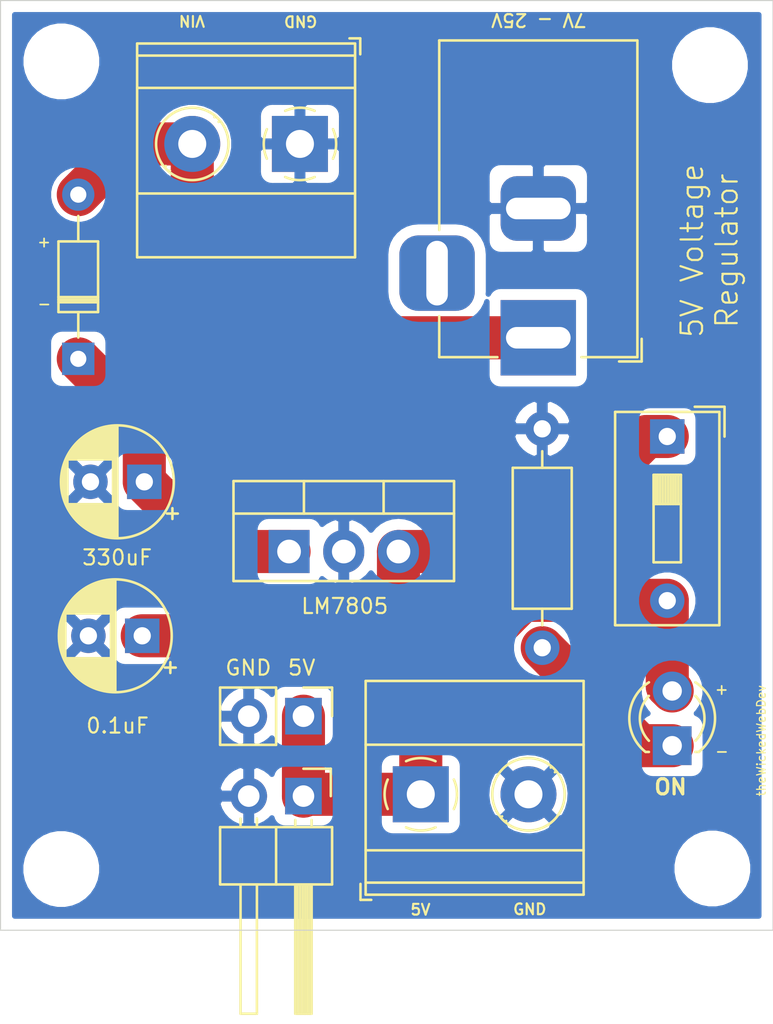
<source format=kicad_pcb>
(kicad_pcb (version 20171130) (host pcbnew "(5.1.9-0-10_14)")

  (general
    (thickness 1.6)
    (drawings 23)
    (tracks 26)
    (zones 0)
    (modules 16)
    (nets 7)
  )

  (page A4)
  (layers
    (0 F.Cu signal)
    (31 B.Cu signal hide)
    (32 B.Adhes user)
    (33 F.Adhes user)
    (34 B.Paste user)
    (35 F.Paste user)
    (36 B.SilkS user)
    (37 F.SilkS user)
    (38 B.Mask user)
    (39 F.Mask user)
    (40 Dwgs.User user)
    (41 Cmts.User user)
    (42 Eco1.User user)
    (43 Eco2.User user)
    (44 Edge.Cuts user)
    (45 Margin user)
    (46 B.CrtYd user)
    (47 F.CrtYd user)
    (48 B.Fab user)
    (49 F.Fab user)
  )

  (setup
    (last_trace_width 0.25)
    (user_trace_width 1)
    (user_trace_width 1.5)
    (user_trace_width 2)
    (trace_clearance 0.2)
    (zone_clearance 0.508)
    (zone_45_only no)
    (trace_min 0.2)
    (via_size 0.8)
    (via_drill 0.4)
    (via_min_size 0.4)
    (via_min_drill 0.3)
    (uvia_size 0.3)
    (uvia_drill 0.1)
    (uvias_allowed no)
    (uvia_min_size 0.2)
    (uvia_min_drill 0.1)
    (edge_width 0.05)
    (segment_width 0.2)
    (pcb_text_width 0.3)
    (pcb_text_size 1.5 1.5)
    (mod_edge_width 0.12)
    (mod_text_size 1 1)
    (mod_text_width 0.15)
    (pad_size 1.524 1.524)
    (pad_drill 0.762)
    (pad_to_mask_clearance 0)
    (aux_axis_origin 0 0)
    (visible_elements FFFFFF7F)
    (pcbplotparams
      (layerselection 0x010fc_ffffffff)
      (usegerberextensions false)
      (usegerberattributes true)
      (usegerberadvancedattributes true)
      (creategerberjobfile true)
      (excludeedgelayer true)
      (linewidth 0.100000)
      (plotframeref false)
      (viasonmask false)
      (mode 1)
      (useauxorigin false)
      (hpglpennumber 1)
      (hpglpenspeed 20)
      (hpglpendiameter 15.000000)
      (psnegative false)
      (psa4output false)
      (plotreference true)
      (plotvalue true)
      (plotinvisibletext false)
      (padsonsilk false)
      (subtractmaskfromsilk false)
      (outputformat 1)
      (mirror false)
      (drillshape 0)
      (scaleselection 1)
      (outputdirectory "gerber"))
  )

  (net 0 "")
  (net 1 GND)
  (net 2 "Net-(C1-Pad1)")
  (net 3 VCC)
  (net 4 "Net-(D1-Pad2)")
  (net 5 "Net-(D2-Pad1)")
  (net 6 "Net-(C2-Pad1)")

  (net_class Default "This is the default net class."
    (clearance 0.2)
    (trace_width 0.25)
    (via_dia 0.8)
    (via_drill 0.4)
    (uvia_dia 0.3)
    (uvia_drill 0.1)
    (add_net GND)
    (add_net "Net-(C1-Pad1)")
    (add_net "Net-(C2-Pad1)")
    (add_net "Net-(D1-Pad2)")
    (add_net "Net-(D2-Pad1)")
    (add_net VCC)
  )

  (module Connector_BarrelJack:BarrelJack_Horizontal (layer F.Cu) (tedit 5A1DBF6A) (tstamp 60931210)
    (at 134.56412 72.93864 270)
    (descr "DC Barrel Jack")
    (tags "Power Jack")
    (path /6096421C)
    (fp_text reference J5 (at -8.45 5.75 90) (layer F.SilkS) hide
      (effects (font (size 1 1) (thickness 0.15)))
    )
    (fp_text value Barrel_Jack_MountingPin (at -6.2 -5.5 90) (layer F.Fab) hide
      (effects (font (size 1 1) (thickness 0.15)))
    )
    (fp_line (start 0 -4.5) (end -13.7 -4.5) (layer F.Fab) (width 0.1))
    (fp_line (start 0.8 4.5) (end 0.8 -3.75) (layer F.Fab) (width 0.1))
    (fp_line (start -13.7 4.5) (end 0.8 4.5) (layer F.Fab) (width 0.1))
    (fp_line (start -13.7 -4.5) (end -13.7 4.5) (layer F.Fab) (width 0.1))
    (fp_line (start -10.2 -4.5) (end -10.2 4.5) (layer F.Fab) (width 0.1))
    (fp_line (start 0.9 -4.6) (end 0.9 -2) (layer F.SilkS) (width 0.12))
    (fp_line (start -13.8 -4.6) (end 0.9 -4.6) (layer F.SilkS) (width 0.12))
    (fp_line (start 0.9 4.6) (end -1 4.6) (layer F.SilkS) (width 0.12))
    (fp_line (start 0.9 1.9) (end 0.9 4.6) (layer F.SilkS) (width 0.12))
    (fp_line (start -13.8 4.6) (end -13.8 -4.6) (layer F.SilkS) (width 0.12))
    (fp_line (start -5 4.6) (end -13.8 4.6) (layer F.SilkS) (width 0.12))
    (fp_line (start -14 4.75) (end -14 -4.75) (layer F.CrtYd) (width 0.05))
    (fp_line (start -5 4.75) (end -14 4.75) (layer F.CrtYd) (width 0.05))
    (fp_line (start -5 6.75) (end -5 4.75) (layer F.CrtYd) (width 0.05))
    (fp_line (start -1 6.75) (end -5 6.75) (layer F.CrtYd) (width 0.05))
    (fp_line (start -1 4.75) (end -1 6.75) (layer F.CrtYd) (width 0.05))
    (fp_line (start 1 4.75) (end -1 4.75) (layer F.CrtYd) (width 0.05))
    (fp_line (start 1 2) (end 1 4.75) (layer F.CrtYd) (width 0.05))
    (fp_line (start 2 2) (end 1 2) (layer F.CrtYd) (width 0.05))
    (fp_line (start 2 -2) (end 2 2) (layer F.CrtYd) (width 0.05))
    (fp_line (start 1 -2) (end 2 -2) (layer F.CrtYd) (width 0.05))
    (fp_line (start 1 -4.5) (end 1 -2) (layer F.CrtYd) (width 0.05))
    (fp_line (start 1 -4.75) (end -14 -4.75) (layer F.CrtYd) (width 0.05))
    (fp_line (start 1 -4.5) (end 1 -4.75) (layer F.CrtYd) (width 0.05))
    (fp_line (start 0.05 -4.8) (end 1.1 -4.8) (layer F.SilkS) (width 0.12))
    (fp_line (start 1.1 -3.75) (end 1.1 -4.8) (layer F.SilkS) (width 0.12))
    (fp_line (start -0.003213 -4.505425) (end 0.8 -3.75) (layer F.Fab) (width 0.1))
    (fp_text user %R (at -3 -2.95 90) (layer F.Fab)
      (effects (font (size 1 1) (thickness 0.15)))
    )
    (pad 3 thru_hole roundrect (at -3 4.7 270) (size 3.5 3.5) (drill oval 3 1) (layers *.Cu *.Mask) (roundrect_rratio 0.25))
    (pad 2 thru_hole roundrect (at -6 0 270) (size 3 3.5) (drill oval 1 3) (layers *.Cu *.Mask) (roundrect_rratio 0.25)
      (net 1 GND))
    (pad 1 thru_hole rect (at 0 0 270) (size 3.5 3.5) (drill oval 1 3) (layers *.Cu *.Mask)
      (net 4 "Net-(D1-Pad2)"))
    (model ${KISYS3DMOD}/Connector_BarrelJack.3dshapes/BarrelJack_Horizontal.wrl
      (at (xyz 0 0 0))
      (scale (xyz 1 1 1))
      (rotate (xyz 0 0 0))
    )
  )

  (module MountingHole:MountingHole_2.5mm (layer F.Cu) (tedit 56D1B4CB) (tstamp 6092A1F0)
    (at 142.53464 60.28436)
    (descr "Mounting Hole 2.5mm, no annular")
    (tags "mounting hole 2.5mm no annular")
    (attr virtual)
    (fp_text reference REF** (at 0 -3.5) (layer F.SilkS) hide
      (effects (font (size 1 1) (thickness 0.15)))
    )
    (fp_text value MountingHole_2.5mm (at 0 3.5) (layer F.Fab) hide
      (effects (font (size 1 1) (thickness 0.15)))
    )
    (fp_circle (center 0 0) (end 2.75 0) (layer F.CrtYd) (width 0.05))
    (fp_circle (center 0 0) (end 2.5 0) (layer Cmts.User) (width 0.15))
    (fp_text user %R (at 0.3 0) (layer F.Fab)
      (effects (font (size 1 1) (thickness 0.15)))
    )
    (pad 1 np_thru_hole circle (at 0 0) (size 2.5 2.5) (drill 2.5) (layers *.Cu *.Mask))
  )

  (module MountingHole:MountingHole_2.5mm (layer F.Cu) (tedit 56D1B4CB) (tstamp 6092A1E9)
    (at 112.4204 60.11164)
    (descr "Mounting Hole 2.5mm, no annular")
    (tags "mounting hole 2.5mm no annular")
    (attr virtual)
    (fp_text reference REF** (at 0 -3.5) (layer F.SilkS) hide
      (effects (font (size 1 1) (thickness 0.15)))
    )
    (fp_text value MountingHole_2.5mm (at 0 3.5) (layer F.Fab) hide
      (effects (font (size 1 1) (thickness 0.15)))
    )
    (fp_circle (center 0 0) (end 2.5 0) (layer Cmts.User) (width 0.15))
    (fp_circle (center 0 0) (end 2.75 0) (layer F.CrtYd) (width 0.05))
    (fp_text user %R (at 0.3 0) (layer F.Fab)
      (effects (font (size 1 1) (thickness 0.15)))
    )
    (pad 1 np_thru_hole circle (at 0 0) (size 2.5 2.5) (drill 2.5) (layers *.Cu *.Mask))
  )

  (module MountingHole:MountingHole_2.5mm (layer F.Cu) (tedit 56D1B4CB) (tstamp 60930582)
    (at 142.6464 97.57156)
    (descr "Mounting Hole 2.5mm, no annular")
    (tags "mounting hole 2.5mm no annular")
    (attr virtual)
    (fp_text reference REF** (at 0 -3.5) (layer F.SilkS) hide
      (effects (font (size 1 1) (thickness 0.15)))
    )
    (fp_text value MountingHole_2.5mm (at 0 3.5) (layer F.Fab) hide
      (effects (font (size 1 1) (thickness 0.15)))
    )
    (fp_circle (center 0 0) (end 2.5 0) (layer Cmts.User) (width 0.15))
    (fp_circle (center 0 0) (end 2.75 0) (layer F.CrtYd) (width 0.05))
    (fp_text user %R (at 0.3 0) (layer F.Fab)
      (effects (font (size 1 1) (thickness 0.15)))
    )
    (pad 1 np_thru_hole circle (at 0 0) (size 2.5 2.5) (drill 2.5) (layers *.Cu *.Mask))
  )

  (module MountingHole:MountingHole_2.5mm (layer F.Cu) (tedit 56D1B4CB) (tstamp 6092A191)
    (at 112.41532 97.59696)
    (descr "Mounting Hole 2.5mm, no annular")
    (tags "mounting hole 2.5mm no annular")
    (attr virtual)
    (fp_text reference REF** (at 0 -3.5) (layer F.SilkS) hide
      (effects (font (size 1 1) (thickness 0.15)))
    )
    (fp_text value MountingHole_2.5mm (at 0 3.5) (layer F.Fab) hide
      (effects (font (size 1 1) (thickness 0.15)))
    )
    (fp_circle (center 0 0) (end 2.75 0) (layer F.CrtYd) (width 0.05))
    (fp_circle (center 0 0) (end 2.5 0) (layer Cmts.User) (width 0.15))
    (fp_text user %R (at 0.3 0) (layer F.Fab)
      (effects (font (size 1 1) (thickness 0.15)))
    )
    (pad 1 np_thru_hole circle (at 0 0) (size 2.5 2.5) (drill 2.5) (layers *.Cu *.Mask))
  )

  (module TerminalBlock_Phoenix:TerminalBlock_Phoenix_MKDS-1,5-2_1x02_P5.00mm_Horizontal (layer F.Cu) (tedit 5B294EE5) (tstamp 60929827)
    (at 129.1082 94.12732)
    (descr "Terminal Block Phoenix MKDS-1,5-2, 2 pins, pitch 5mm, size 10x9.8mm^2, drill diamater 1.3mm, pad diameter 2.6mm, see http://www.farnell.com/datasheets/100425.pdf, script-generated using https://github.com/pointhi/kicad-footprint-generator/scripts/TerminalBlock_Phoenix")
    (tags "THT Terminal Block Phoenix MKDS-1,5-2 pitch 5mm size 10x9.8mm^2 drill 1.3mm pad 2.6mm")
    (path /60949A68)
    (fp_text reference J4 (at 2.5 -6.26) (layer F.SilkS) hide
      (effects (font (size 1 1) (thickness 0.15)))
    )
    (fp_text value Screw_Terminal_01x02 (at 2.5 5.66) (layer F.Fab) hide
      (effects (font (size 1 1) (thickness 0.15)))
    )
    (fp_line (start 8 -5.71) (end -3 -5.71) (layer F.CrtYd) (width 0.05))
    (fp_line (start 8 5.1) (end 8 -5.71) (layer F.CrtYd) (width 0.05))
    (fp_line (start -3 5.1) (end 8 5.1) (layer F.CrtYd) (width 0.05))
    (fp_line (start -3 -5.71) (end -3 5.1) (layer F.CrtYd) (width 0.05))
    (fp_line (start -2.8 4.9) (end -2.3 4.9) (layer F.SilkS) (width 0.12))
    (fp_line (start -2.8 4.16) (end -2.8 4.9) (layer F.SilkS) (width 0.12))
    (fp_line (start 3.773 1.023) (end 3.726 1.069) (layer F.SilkS) (width 0.12))
    (fp_line (start 6.07 -1.275) (end 6.035 -1.239) (layer F.SilkS) (width 0.12))
    (fp_line (start 3.966 1.239) (end 3.931 1.274) (layer F.SilkS) (width 0.12))
    (fp_line (start 6.275 -1.069) (end 6.228 -1.023) (layer F.SilkS) (width 0.12))
    (fp_line (start 5.955 -1.138) (end 3.863 0.955) (layer F.Fab) (width 0.1))
    (fp_line (start 6.138 -0.955) (end 4.046 1.138) (layer F.Fab) (width 0.1))
    (fp_line (start 0.955 -1.138) (end -1.138 0.955) (layer F.Fab) (width 0.1))
    (fp_line (start 1.138 -0.955) (end -0.955 1.138) (layer F.Fab) (width 0.1))
    (fp_line (start 7.56 -5.261) (end 7.56 4.66) (layer F.SilkS) (width 0.12))
    (fp_line (start -2.56 -5.261) (end -2.56 4.66) (layer F.SilkS) (width 0.12))
    (fp_line (start -2.56 4.66) (end 7.56 4.66) (layer F.SilkS) (width 0.12))
    (fp_line (start -2.56 -5.261) (end 7.56 -5.261) (layer F.SilkS) (width 0.12))
    (fp_line (start -2.56 -2.301) (end 7.56 -2.301) (layer F.SilkS) (width 0.12))
    (fp_line (start -2.5 -2.3) (end 7.5 -2.3) (layer F.Fab) (width 0.1))
    (fp_line (start -2.56 2.6) (end 7.56 2.6) (layer F.SilkS) (width 0.12))
    (fp_line (start -2.5 2.6) (end 7.5 2.6) (layer F.Fab) (width 0.1))
    (fp_line (start -2.56 4.1) (end 7.56 4.1) (layer F.SilkS) (width 0.12))
    (fp_line (start -2.5 4.1) (end 7.5 4.1) (layer F.Fab) (width 0.1))
    (fp_line (start -2.5 4.1) (end -2.5 -5.2) (layer F.Fab) (width 0.1))
    (fp_line (start -2 4.6) (end -2.5 4.1) (layer F.Fab) (width 0.1))
    (fp_line (start 7.5 4.6) (end -2 4.6) (layer F.Fab) (width 0.1))
    (fp_line (start 7.5 -5.2) (end 7.5 4.6) (layer F.Fab) (width 0.1))
    (fp_line (start -2.5 -5.2) (end 7.5 -5.2) (layer F.Fab) (width 0.1))
    (fp_circle (center 5 0) (end 6.68 0) (layer F.SilkS) (width 0.12))
    (fp_circle (center 5 0) (end 6.5 0) (layer F.Fab) (width 0.1))
    (fp_circle (center 0 0) (end 1.5 0) (layer F.Fab) (width 0.1))
    (fp_text user %R (at 2.5 3.2) (layer F.Fab)
      (effects (font (size 1 1) (thickness 0.15)))
    )
    (fp_arc (start 0 0) (end -0.684 1.535) (angle -25) (layer F.SilkS) (width 0.12))
    (fp_arc (start 0 0) (end -1.535 -0.684) (angle -48) (layer F.SilkS) (width 0.12))
    (fp_arc (start 0 0) (end 0.684 -1.535) (angle -48) (layer F.SilkS) (width 0.12))
    (fp_arc (start 0 0) (end 1.535 0.684) (angle -48) (layer F.SilkS) (width 0.12))
    (fp_arc (start 0 0) (end 0 1.68) (angle -24) (layer F.SilkS) (width 0.12))
    (pad 2 thru_hole circle (at 5 0) (size 2.6 2.6) (drill 1.3) (layers *.Cu *.Mask)
      (net 1 GND))
    (pad 1 thru_hole rect (at 0 0) (size 2.6 2.6) (drill 1.3) (layers *.Cu *.Mask)
      (net 3 VCC))
    (model ${KISYS3DMOD}/TerminalBlock_Phoenix.3dshapes/TerminalBlock_Phoenix_MKDS-1,5-2_1x02_P5.00mm_Horizontal.wrl
      (at (xyz 0 0 0))
      (scale (xyz 1 1 1))
      (rotate (xyz 0 0 0))
    )
  )

  (module Connector_PinHeader_2.54mm:PinHeader_1x02_P2.54mm_Vertical (layer F.Cu) (tedit 59FED5CC) (tstamp 60927F03)
    (at 123.6599 90.50274 270)
    (descr "Through hole straight pin header, 1x02, 2.54mm pitch, single row")
    (tags "Through hole pin header THT 1x02 2.54mm single row")
    (path /60943DD5)
    (fp_text reference J3 (at 0 -2.33 90) (layer F.SilkS) hide
      (effects (font (size 1 1) (thickness 0.15)))
    )
    (fp_text value Conn_01x02 (at 0 4.87 90) (layer F.Fab) hide
      (effects (font (size 1 1) (thickness 0.15)))
    )
    (fp_line (start 1.8 -1.8) (end -1.8 -1.8) (layer F.CrtYd) (width 0.05))
    (fp_line (start 1.8 4.35) (end 1.8 -1.8) (layer F.CrtYd) (width 0.05))
    (fp_line (start -1.8 4.35) (end 1.8 4.35) (layer F.CrtYd) (width 0.05))
    (fp_line (start -1.8 -1.8) (end -1.8 4.35) (layer F.CrtYd) (width 0.05))
    (fp_line (start -1.33 -1.33) (end 0 -1.33) (layer F.SilkS) (width 0.12))
    (fp_line (start -1.33 0) (end -1.33 -1.33) (layer F.SilkS) (width 0.12))
    (fp_line (start -1.33 1.27) (end 1.33 1.27) (layer F.SilkS) (width 0.12))
    (fp_line (start 1.33 1.27) (end 1.33 3.87) (layer F.SilkS) (width 0.12))
    (fp_line (start -1.33 1.27) (end -1.33 3.87) (layer F.SilkS) (width 0.12))
    (fp_line (start -1.33 3.87) (end 1.33 3.87) (layer F.SilkS) (width 0.12))
    (fp_line (start -1.27 -0.635) (end -0.635 -1.27) (layer F.Fab) (width 0.1))
    (fp_line (start -1.27 3.81) (end -1.27 -0.635) (layer F.Fab) (width 0.1))
    (fp_line (start 1.27 3.81) (end -1.27 3.81) (layer F.Fab) (width 0.1))
    (fp_line (start 1.27 -1.27) (end 1.27 3.81) (layer F.Fab) (width 0.1))
    (fp_line (start -0.635 -1.27) (end 1.27 -1.27) (layer F.Fab) (width 0.1))
    (fp_text user %R (at 0 1.27) (layer F.Fab)
      (effects (font (size 1 1) (thickness 0.15)))
    )
    (pad 2 thru_hole oval (at 0 2.54 270) (size 1.7 1.7) (drill 1) (layers *.Cu *.Mask)
      (net 1 GND))
    (pad 1 thru_hole rect (at 0 0 270) (size 1.7 1.7) (drill 1) (layers *.Cu *.Mask)
      (net 3 VCC))
    (model ${KISYS3DMOD}/Connector_PinHeader_2.54mm.3dshapes/PinHeader_1x02_P2.54mm_Vertical.wrl
      (at (xyz 0 0 0))
      (scale (xyz 1 1 1))
      (rotate (xyz 0 0 0))
    )
  )

  (module Connector_PinHeader_2.54mm:PinHeader_1x02_P2.54mm_Horizontal (layer F.Cu) (tedit 59FED5CB) (tstamp 60924FA9)
    (at 123.6599 94.21114 270)
    (descr "Through hole angled pin header, 1x02, 2.54mm pitch, 6mm pin length, single row")
    (tags "Through hole angled pin header THT 1x02 2.54mm single row")
    (path /6093262A)
    (fp_text reference J2 (at 4.385 -2.27 90) (layer F.SilkS) hide
      (effects (font (size 1 1) (thickness 0.15)))
    )
    (fp_text value Conn_01x02 (at 4.385 4.81 90) (layer F.Fab) hide
      (effects (font (size 1 1) (thickness 0.15)))
    )
    (fp_line (start 10.55 -1.8) (end -1.8 -1.8) (layer F.CrtYd) (width 0.05))
    (fp_line (start 10.55 4.35) (end 10.55 -1.8) (layer F.CrtYd) (width 0.05))
    (fp_line (start -1.8 4.35) (end 10.55 4.35) (layer F.CrtYd) (width 0.05))
    (fp_line (start -1.8 -1.8) (end -1.8 4.35) (layer F.CrtYd) (width 0.05))
    (fp_line (start -1.27 -1.27) (end 0 -1.27) (layer F.SilkS) (width 0.12))
    (fp_line (start -1.27 0) (end -1.27 -1.27) (layer F.SilkS) (width 0.12))
    (fp_line (start 1.042929 2.92) (end 1.44 2.92) (layer F.SilkS) (width 0.12))
    (fp_line (start 1.042929 2.16) (end 1.44 2.16) (layer F.SilkS) (width 0.12))
    (fp_line (start 10.1 2.92) (end 4.1 2.92) (layer F.SilkS) (width 0.12))
    (fp_line (start 10.1 2.16) (end 10.1 2.92) (layer F.SilkS) (width 0.12))
    (fp_line (start 4.1 2.16) (end 10.1 2.16) (layer F.SilkS) (width 0.12))
    (fp_line (start 1.44 1.27) (end 4.1 1.27) (layer F.SilkS) (width 0.12))
    (fp_line (start 1.11 0.38) (end 1.44 0.38) (layer F.SilkS) (width 0.12))
    (fp_line (start 1.11 -0.38) (end 1.44 -0.38) (layer F.SilkS) (width 0.12))
    (fp_line (start 4.1 0.28) (end 10.1 0.28) (layer F.SilkS) (width 0.12))
    (fp_line (start 4.1 0.16) (end 10.1 0.16) (layer F.SilkS) (width 0.12))
    (fp_line (start 4.1 0.04) (end 10.1 0.04) (layer F.SilkS) (width 0.12))
    (fp_line (start 4.1 -0.08) (end 10.1 -0.08) (layer F.SilkS) (width 0.12))
    (fp_line (start 4.1 -0.2) (end 10.1 -0.2) (layer F.SilkS) (width 0.12))
    (fp_line (start 4.1 -0.32) (end 10.1 -0.32) (layer F.SilkS) (width 0.12))
    (fp_line (start 10.1 0.38) (end 4.1 0.38) (layer F.SilkS) (width 0.12))
    (fp_line (start 10.1 -0.38) (end 10.1 0.38) (layer F.SilkS) (width 0.12))
    (fp_line (start 4.1 -0.38) (end 10.1 -0.38) (layer F.SilkS) (width 0.12))
    (fp_line (start 4.1 -1.33) (end 1.44 -1.33) (layer F.SilkS) (width 0.12))
    (fp_line (start 4.1 3.87) (end 4.1 -1.33) (layer F.SilkS) (width 0.12))
    (fp_line (start 1.44 3.87) (end 4.1 3.87) (layer F.SilkS) (width 0.12))
    (fp_line (start 1.44 -1.33) (end 1.44 3.87) (layer F.SilkS) (width 0.12))
    (fp_line (start 4.04 2.86) (end 10.04 2.86) (layer F.Fab) (width 0.1))
    (fp_line (start 10.04 2.22) (end 10.04 2.86) (layer F.Fab) (width 0.1))
    (fp_line (start 4.04 2.22) (end 10.04 2.22) (layer F.Fab) (width 0.1))
    (fp_line (start -0.32 2.86) (end 1.5 2.86) (layer F.Fab) (width 0.1))
    (fp_line (start -0.32 2.22) (end -0.32 2.86) (layer F.Fab) (width 0.1))
    (fp_line (start -0.32 2.22) (end 1.5 2.22) (layer F.Fab) (width 0.1))
    (fp_line (start 4.04 0.32) (end 10.04 0.32) (layer F.Fab) (width 0.1))
    (fp_line (start 10.04 -0.32) (end 10.04 0.32) (layer F.Fab) (width 0.1))
    (fp_line (start 4.04 -0.32) (end 10.04 -0.32) (layer F.Fab) (width 0.1))
    (fp_line (start -0.32 0.32) (end 1.5 0.32) (layer F.Fab) (width 0.1))
    (fp_line (start -0.32 -0.32) (end -0.32 0.32) (layer F.Fab) (width 0.1))
    (fp_line (start -0.32 -0.32) (end 1.5 -0.32) (layer F.Fab) (width 0.1))
    (fp_line (start 1.5 -0.635) (end 2.135 -1.27) (layer F.Fab) (width 0.1))
    (fp_line (start 1.5 3.81) (end 1.5 -0.635) (layer F.Fab) (width 0.1))
    (fp_line (start 4.04 3.81) (end 1.5 3.81) (layer F.Fab) (width 0.1))
    (fp_line (start 4.04 -1.27) (end 4.04 3.81) (layer F.Fab) (width 0.1))
    (fp_line (start 2.135 -1.27) (end 4.04 -1.27) (layer F.Fab) (width 0.1))
    (fp_text user %R (at 2.77 1.27) (layer F.Fab)
      (effects (font (size 1 1) (thickness 0.15)))
    )
    (pad 2 thru_hole oval (at 0 2.54 270) (size 1.7 1.7) (drill 1) (layers *.Cu *.Mask)
      (net 1 GND))
    (pad 1 thru_hole rect (at 0 0 270) (size 1.7 1.7) (drill 1) (layers *.Cu *.Mask)
      (net 3 VCC))
    (model ${KISYS3DMOD}/Connector_PinHeader_2.54mm.3dshapes/PinHeader_1x02_P2.54mm_Horizontal.wrl
      (at (xyz 0 0 0))
      (scale (xyz 1 1 1))
      (rotate (xyz 0 0 0))
    )
  )

  (module Button_Switch_THT:SW_DIP_SPSTx01_Slide_9.78x4.72mm_W7.62mm_P2.54mm (layer F.Cu) (tedit 5A4E1404) (tstamp 6093050F)
    (at 140.5509 77.5208 270)
    (descr "1x-dip-switch SPST , Slide, row spacing 7.62 mm (300 mils), body size 9.78x4.72mm (see e.g. https://www.ctscorp.com/wp-content/uploads/206-208.pdf)")
    (tags "DIP Switch SPST Slide 7.62mm 300mil")
    (path /60928FB7)
    (fp_text reference SW1 (at 3.81 -3.42 90) (layer F.SilkS) hide
      (effects (font (size 1 1) (thickness 0.15)))
    )
    (fp_text value SW_SPST (at 3.81 3.42 90) (layer F.Fab) hide
      (effects (font (size 1 1) (thickness 0.15)))
    )
    (fp_line (start 8.95 -2.7) (end -1.35 -2.7) (layer F.CrtYd) (width 0.05))
    (fp_line (start 8.95 2.7) (end 8.95 -2.7) (layer F.CrtYd) (width 0.05))
    (fp_line (start -1.35 2.7) (end 8.95 2.7) (layer F.CrtYd) (width 0.05))
    (fp_line (start -1.35 -2.7) (end -1.35 2.7) (layer F.CrtYd) (width 0.05))
    (fp_line (start 3.133333 -0.635) (end 3.133333 0.635) (layer F.SilkS) (width 0.12))
    (fp_line (start 1.78 0.565) (end 3.133333 0.565) (layer F.SilkS) (width 0.12))
    (fp_line (start 1.78 0.445) (end 3.133333 0.445) (layer F.SilkS) (width 0.12))
    (fp_line (start 1.78 0.325) (end 3.133333 0.325) (layer F.SilkS) (width 0.12))
    (fp_line (start 1.78 0.205) (end 3.133333 0.205) (layer F.SilkS) (width 0.12))
    (fp_line (start 1.78 0.085) (end 3.133333 0.085) (layer F.SilkS) (width 0.12))
    (fp_line (start 1.78 -0.035) (end 3.133333 -0.035) (layer F.SilkS) (width 0.12))
    (fp_line (start 1.78 -0.155) (end 3.133333 -0.155) (layer F.SilkS) (width 0.12))
    (fp_line (start 1.78 -0.275) (end 3.133333 -0.275) (layer F.SilkS) (width 0.12))
    (fp_line (start 1.78 -0.395) (end 3.133333 -0.395) (layer F.SilkS) (width 0.12))
    (fp_line (start 1.78 -0.515) (end 3.133333 -0.515) (layer F.SilkS) (width 0.12))
    (fp_line (start 5.84 -0.635) (end 1.78 -0.635) (layer F.SilkS) (width 0.12))
    (fp_line (start 5.84 0.635) (end 5.84 -0.635) (layer F.SilkS) (width 0.12))
    (fp_line (start 1.78 0.635) (end 5.84 0.635) (layer F.SilkS) (width 0.12))
    (fp_line (start 1.78 -0.635) (end 1.78 0.635) (layer F.SilkS) (width 0.12))
    (fp_line (start -1.38 -2.66) (end -1.38 -1.277) (layer F.SilkS) (width 0.12))
    (fp_line (start -1.38 -2.66) (end 0.004 -2.66) (layer F.SilkS) (width 0.12))
    (fp_line (start 8.76 -2.42) (end 8.76 2.42) (layer F.SilkS) (width 0.12))
    (fp_line (start -1.14 -2.42) (end -1.14 2.42) (layer F.SilkS) (width 0.12))
    (fp_line (start -1.14 2.42) (end 8.76 2.42) (layer F.SilkS) (width 0.12))
    (fp_line (start -1.14 -2.42) (end 8.76 -2.42) (layer F.SilkS) (width 0.12))
    (fp_line (start 3.133333 -0.635) (end 3.133333 0.635) (layer F.Fab) (width 0.1))
    (fp_line (start 1.78 0.565) (end 3.133333 0.565) (layer F.Fab) (width 0.1))
    (fp_line (start 1.78 0.465) (end 3.133333 0.465) (layer F.Fab) (width 0.1))
    (fp_line (start 1.78 0.365) (end 3.133333 0.365) (layer F.Fab) (width 0.1))
    (fp_line (start 1.78 0.265) (end 3.133333 0.265) (layer F.Fab) (width 0.1))
    (fp_line (start 1.78 0.165) (end 3.133333 0.165) (layer F.Fab) (width 0.1))
    (fp_line (start 1.78 0.065) (end 3.133333 0.065) (layer F.Fab) (width 0.1))
    (fp_line (start 1.78 -0.035) (end 3.133333 -0.035) (layer F.Fab) (width 0.1))
    (fp_line (start 1.78 -0.135) (end 3.133333 -0.135) (layer F.Fab) (width 0.1))
    (fp_line (start 1.78 -0.235) (end 3.133333 -0.235) (layer F.Fab) (width 0.1))
    (fp_line (start 1.78 -0.335) (end 3.133333 -0.335) (layer F.Fab) (width 0.1))
    (fp_line (start 1.78 -0.435) (end 3.133333 -0.435) (layer F.Fab) (width 0.1))
    (fp_line (start 1.78 -0.535) (end 3.133333 -0.535) (layer F.Fab) (width 0.1))
    (fp_line (start 5.84 -0.635) (end 1.78 -0.635) (layer F.Fab) (width 0.1))
    (fp_line (start 5.84 0.635) (end 5.84 -0.635) (layer F.Fab) (width 0.1))
    (fp_line (start 1.78 0.635) (end 5.84 0.635) (layer F.Fab) (width 0.1))
    (fp_line (start 1.78 -0.635) (end 1.78 0.635) (layer F.Fab) (width 0.1))
    (fp_line (start -1.08 -1.36) (end -0.08 -2.36) (layer F.Fab) (width 0.1))
    (fp_line (start -1.08 2.36) (end -1.08 -1.36) (layer F.Fab) (width 0.1))
    (fp_line (start 8.7 2.36) (end -1.08 2.36) (layer F.Fab) (width 0.1))
    (fp_line (start 8.7 -2.36) (end 8.7 2.36) (layer F.Fab) (width 0.1))
    (fp_line (start -0.08 -2.36) (end 8.7 -2.36) (layer F.Fab) (width 0.1))
    (fp_text user on (at 5.365 -1.4975 90) (layer F.Fab)
      (effects (font (size 0.6 0.6) (thickness 0.09)))
    )
    (fp_text user %R (at 7.27 0) (layer F.Fab)
      (effects (font (size 0.6 0.6) (thickness 0.09)))
    )
    (pad 2 thru_hole oval (at 7.62 0 270) (size 1.6 1.6) (drill 0.8) (layers *.Cu *.Mask)
      (net 3 VCC))
    (pad 1 thru_hole rect (at 0 0 270) (size 1.6 1.6) (drill 0.8) (layers *.Cu *.Mask)
      (net 6 "Net-(C2-Pad1)"))
    (model ${KISYS3DMOD}/Button_Switch_THT.3dshapes/SW_DIP_SPSTx01_Slide_9.78x4.72mm_W7.62mm_P2.54mm.wrl
      (at (xyz 0 0 0))
      (scale (xyz 1 1 1))
      (rotate (xyz 0 0 90))
    )
  )

  (module Resistor_THT:R_Axial_DIN0207_L6.3mm_D2.5mm_P10.16mm_Horizontal (layer F.Cu) (tedit 5AE5139B) (tstamp 60930474)
    (at 134.747 87.3252 90)
    (descr "Resistor, Axial_DIN0207 series, Axial, Horizontal, pin pitch=10.16mm, 0.25W = 1/4W, length*diameter=6.3*2.5mm^2, http://cdn-reichelt.de/documents/datenblatt/B400/1_4W%23YAG.pdf")
    (tags "Resistor Axial_DIN0207 series Axial Horizontal pin pitch 10.16mm 0.25W = 1/4W length 6.3mm diameter 2.5mm")
    (path /60927369)
    (fp_text reference R1 (at 5.08 -2.37 90) (layer F.SilkS) hide
      (effects (font (size 1 1) (thickness 0.15)))
    )
    (fp_text value R_Small_US (at 5.08 2.37 90) (layer F.Fab) hide
      (effects (font (size 1 1) (thickness 0.15)))
    )
    (fp_line (start 11.21 -1.5) (end -1.05 -1.5) (layer F.CrtYd) (width 0.05))
    (fp_line (start 11.21 1.5) (end 11.21 -1.5) (layer F.CrtYd) (width 0.05))
    (fp_line (start -1.05 1.5) (end 11.21 1.5) (layer F.CrtYd) (width 0.05))
    (fp_line (start -1.05 -1.5) (end -1.05 1.5) (layer F.CrtYd) (width 0.05))
    (fp_line (start 9.12 0) (end 8.35 0) (layer F.SilkS) (width 0.12))
    (fp_line (start 1.04 0) (end 1.81 0) (layer F.SilkS) (width 0.12))
    (fp_line (start 8.35 -1.37) (end 1.81 -1.37) (layer F.SilkS) (width 0.12))
    (fp_line (start 8.35 1.37) (end 8.35 -1.37) (layer F.SilkS) (width 0.12))
    (fp_line (start 1.81 1.37) (end 8.35 1.37) (layer F.SilkS) (width 0.12))
    (fp_line (start 1.81 -1.37) (end 1.81 1.37) (layer F.SilkS) (width 0.12))
    (fp_line (start 10.16 0) (end 8.23 0) (layer F.Fab) (width 0.1))
    (fp_line (start 0 0) (end 1.93 0) (layer F.Fab) (width 0.1))
    (fp_line (start 8.23 -1.25) (end 1.93 -1.25) (layer F.Fab) (width 0.1))
    (fp_line (start 8.23 1.25) (end 8.23 -1.25) (layer F.Fab) (width 0.1))
    (fp_line (start 1.93 1.25) (end 8.23 1.25) (layer F.Fab) (width 0.1))
    (fp_line (start 1.93 -1.25) (end 1.93 1.25) (layer F.Fab) (width 0.1))
    (fp_text user %R (at 5.08 0 90) (layer F.Fab)
      (effects (font (size 1 1) (thickness 0.15)))
    )
    (pad 2 thru_hole oval (at 10.16 0 90) (size 1.6 1.6) (drill 0.8) (layers *.Cu *.Mask)
      (net 1 GND))
    (pad 1 thru_hole circle (at 0 0 90) (size 1.6 1.6) (drill 0.8) (layers *.Cu *.Mask)
      (net 5 "Net-(D2-Pad1)"))
    (model ${KISYS3DMOD}/Resistor_THT.3dshapes/R_Axial_DIN0207_L6.3mm_D2.5mm_P10.16mm_Horizontal.wrl
      (at (xyz 0 0 0))
      (scale (xyz 1 1 1))
      (rotate (xyz 0 0 0))
    )
  )

  (module LED_THT:LED_D3.0mm (layer F.Cu) (tedit 587A3A7B) (tstamp 609304B2)
    (at 140.7795 91.8718 90)
    (descr "LED, diameter 3.0mm, 2 pins")
    (tags "LED diameter 3.0mm 2 pins")
    (path /60924879)
    (fp_text reference D2 (at 1.27 -2.96 90) (layer F.SilkS) hide
      (effects (font (size 1 1) (thickness 0.15)))
    )
    (fp_text value LED (at 1.27 2.96 90) (layer F.Fab) hide
      (effects (font (size 1 1) (thickness 0.15)))
    )
    (fp_line (start 3.7 -2.25) (end -1.15 -2.25) (layer F.CrtYd) (width 0.05))
    (fp_line (start 3.7 2.25) (end 3.7 -2.25) (layer F.CrtYd) (width 0.05))
    (fp_line (start -1.15 2.25) (end 3.7 2.25) (layer F.CrtYd) (width 0.05))
    (fp_line (start -1.15 -2.25) (end -1.15 2.25) (layer F.CrtYd) (width 0.05))
    (fp_line (start -0.29 1.08) (end -0.29 1.236) (layer F.SilkS) (width 0.12))
    (fp_line (start -0.29 -1.236) (end -0.29 -1.08) (layer F.SilkS) (width 0.12))
    (fp_line (start -0.23 -1.16619) (end -0.23 1.16619) (layer F.Fab) (width 0.1))
    (fp_circle (center 1.27 0) (end 2.77 0) (layer F.Fab) (width 0.1))
    (fp_arc (start 1.27 0) (end 0.229039 1.08) (angle -87.9) (layer F.SilkS) (width 0.12))
    (fp_arc (start 1.27 0) (end 0.229039 -1.08) (angle 87.9) (layer F.SilkS) (width 0.12))
    (fp_arc (start 1.27 0) (end -0.29 1.235516) (angle -108.8) (layer F.SilkS) (width 0.12))
    (fp_arc (start 1.27 0) (end -0.29 -1.235516) (angle 108.8) (layer F.SilkS) (width 0.12))
    (fp_arc (start 1.27 0) (end -0.23 -1.16619) (angle 284.3) (layer F.Fab) (width 0.1))
    (pad 2 thru_hole circle (at 2.54 0 90) (size 1.8 1.8) (drill 0.9) (layers *.Cu *.Mask)
      (net 3 VCC))
    (pad 1 thru_hole rect (at 0 0 90) (size 1.8 1.8) (drill 0.9) (layers *.Cu *.Mask)
      (net 5 "Net-(D2-Pad1)"))
    (model ${KISYS3DMOD}/LED_THT.3dshapes/LED_D3.0mm.wrl
      (at (xyz 0 0 0))
      (scale (xyz 1 1 1))
      (rotate (xyz 0 0 0))
    )
  )

  (module Diode_THT:D_DO-34_SOD68_P7.62mm_Horizontal (layer F.Cu) (tedit 5AE50CD5) (tstamp 609313D8)
    (at 113.20526 73.91654 90)
    (descr "Diode, DO-34_SOD68 series, Axial, Horizontal, pin pitch=7.62mm, , length*diameter=3.04*1.6mm^2, , https://www.nxp.com/docs/en/data-sheet/KTY83_SER.pdf")
    (tags "Diode DO-34_SOD68 series Axial Horizontal pin pitch 7.62mm  length 3.04mm diameter 1.6mm")
    (path /6092288B)
    (fp_text reference D1 (at 3.81 -1.92 90) (layer F.SilkS) hide
      (effects (font (size 1 1) (thickness 0.15)))
    )
    (fp_text value D_Schottky (at 3.81 1.92 90) (layer F.Fab) hide
      (effects (font (size 1 1) (thickness 0.15)))
    )
    (fp_line (start 8.63 -1.05) (end -1 -1.05) (layer F.CrtYd) (width 0.05))
    (fp_line (start 8.63 1.05) (end 8.63 -1.05) (layer F.CrtYd) (width 0.05))
    (fp_line (start -1 1.05) (end 8.63 1.05) (layer F.CrtYd) (width 0.05))
    (fp_line (start -1 -1.05) (end -1 1.05) (layer F.CrtYd) (width 0.05))
    (fp_line (start 2.626 -0.92) (end 2.626 0.92) (layer F.SilkS) (width 0.12))
    (fp_line (start 2.866 -0.92) (end 2.866 0.92) (layer F.SilkS) (width 0.12))
    (fp_line (start 2.746 -0.92) (end 2.746 0.92) (layer F.SilkS) (width 0.12))
    (fp_line (start 6.63 0) (end 5.45 0) (layer F.SilkS) (width 0.12))
    (fp_line (start 0.99 0) (end 2.17 0) (layer F.SilkS) (width 0.12))
    (fp_line (start 5.45 -0.92) (end 2.17 -0.92) (layer F.SilkS) (width 0.12))
    (fp_line (start 5.45 0.92) (end 5.45 -0.92) (layer F.SilkS) (width 0.12))
    (fp_line (start 2.17 0.92) (end 5.45 0.92) (layer F.SilkS) (width 0.12))
    (fp_line (start 2.17 -0.92) (end 2.17 0.92) (layer F.SilkS) (width 0.12))
    (fp_line (start 2.646 -0.8) (end 2.646 0.8) (layer F.Fab) (width 0.1))
    (fp_line (start 2.846 -0.8) (end 2.846 0.8) (layer F.Fab) (width 0.1))
    (fp_line (start 2.746 -0.8) (end 2.746 0.8) (layer F.Fab) (width 0.1))
    (fp_line (start 7.62 0) (end 5.33 0) (layer F.Fab) (width 0.1))
    (fp_line (start 0 0) (end 2.29 0) (layer F.Fab) (width 0.1))
    (fp_line (start 5.33 -0.8) (end 2.29 -0.8) (layer F.Fab) (width 0.1))
    (fp_line (start 5.33 0.8) (end 5.33 -0.8) (layer F.Fab) (width 0.1))
    (fp_line (start 2.29 0.8) (end 5.33 0.8) (layer F.Fab) (width 0.1))
    (fp_line (start 2.29 -0.8) (end 2.29 0.8) (layer F.Fab) (width 0.1))
    (fp_text user K (at 0 -1.75 90) (layer F.SilkS) hide
      (effects (font (size 1 1) (thickness 0.15)))
    )
    (fp_text user K (at 0 -1.75 90) (layer F.Fab) hide
      (effects (font (size 1 1) (thickness 0.15)))
    )
    (fp_text user %R (at 4.038 0 90) (layer F.Fab)
      (effects (font (size 0.608 0.608) (thickness 0.0912)))
    )
    (pad 2 thru_hole oval (at 7.62 0 90) (size 1.5 1.5) (drill 0.75) (layers *.Cu *.Mask)
      (net 4 "Net-(D1-Pad2)"))
    (pad 1 thru_hole rect (at 0 0 90) (size 1.5 1.5) (drill 0.75) (layers *.Cu *.Mask)
      (net 2 "Net-(C1-Pad1)"))
    (model ${KISYS3DMOD}/Diode_THT.3dshapes/D_DO-34_SOD68_P7.62mm_Horizontal.wrl
      (at (xyz 0 0 0))
      (scale (xyz 1 1 1))
      (rotate (xyz 0 0 0))
    )
  )

  (module TerminalBlock_Phoenix:TerminalBlock_Phoenix_MKDS-1,5-2_1x02_P5.00mm_Horizontal (layer F.Cu) (tedit 5B294EE5) (tstamp 609317E2)
    (at 123.49734 63.94196 180)
    (descr "Terminal Block Phoenix MKDS-1,5-2, 2 pins, pitch 5mm, size 10x9.8mm^2, drill diamater 1.3mm, pad diameter 2.6mm, see http://www.farnell.com/datasheets/100425.pdf, script-generated using https://github.com/pointhi/kicad-footprint-generator/scripts/TerminalBlock_Phoenix")
    (tags "THT Terminal Block Phoenix MKDS-1,5-2 pitch 5mm size 10x9.8mm^2 drill 1.3mm pad 2.6mm")
    (path /6091A820)
    (fp_text reference J1 (at 2.5 -6.26) (layer F.SilkS) hide
      (effects (font (size 1 1) (thickness 0.15)))
    )
    (fp_text value Screw_Terminal_01x02 (at 2.5 5.66) (layer F.Fab) hide
      (effects (font (size 1 1) (thickness 0.15)))
    )
    (fp_line (start 8 -5.71) (end -3 -5.71) (layer F.CrtYd) (width 0.05))
    (fp_line (start 8 5.1) (end 8 -5.71) (layer F.CrtYd) (width 0.05))
    (fp_line (start -3 5.1) (end 8 5.1) (layer F.CrtYd) (width 0.05))
    (fp_line (start -3 -5.71) (end -3 5.1) (layer F.CrtYd) (width 0.05))
    (fp_line (start -2.8 4.9) (end -2.3 4.9) (layer F.SilkS) (width 0.12))
    (fp_line (start -2.8 4.16) (end -2.8 4.9) (layer F.SilkS) (width 0.12))
    (fp_line (start 3.773 1.023) (end 3.726 1.069) (layer F.SilkS) (width 0.12))
    (fp_line (start 6.07 -1.275) (end 6.035 -1.239) (layer F.SilkS) (width 0.12))
    (fp_line (start 3.966 1.239) (end 3.931 1.274) (layer F.SilkS) (width 0.12))
    (fp_line (start 6.275 -1.069) (end 6.228 -1.023) (layer F.SilkS) (width 0.12))
    (fp_line (start 5.955 -1.138) (end 3.863 0.955) (layer F.Fab) (width 0.1))
    (fp_line (start 6.138 -0.955) (end 4.046 1.138) (layer F.Fab) (width 0.1))
    (fp_line (start 0.955 -1.138) (end -1.138 0.955) (layer F.Fab) (width 0.1))
    (fp_line (start 1.138 -0.955) (end -0.955 1.138) (layer F.Fab) (width 0.1))
    (fp_line (start 7.56 -5.261) (end 7.56 4.66) (layer F.SilkS) (width 0.12))
    (fp_line (start -2.56 -5.261) (end -2.56 4.66) (layer F.SilkS) (width 0.12))
    (fp_line (start -2.56 4.66) (end 7.56 4.66) (layer F.SilkS) (width 0.12))
    (fp_line (start -2.56 -5.261) (end 7.56 -5.261) (layer F.SilkS) (width 0.12))
    (fp_line (start -2.56 -2.301) (end 7.56 -2.301) (layer F.SilkS) (width 0.12))
    (fp_line (start -2.5 -2.3) (end 7.5 -2.3) (layer F.Fab) (width 0.1))
    (fp_line (start -2.56 2.6) (end 7.56 2.6) (layer F.SilkS) (width 0.12))
    (fp_line (start -2.5 2.6) (end 7.5 2.6) (layer F.Fab) (width 0.1))
    (fp_line (start -2.56 4.1) (end 7.56 4.1) (layer F.SilkS) (width 0.12))
    (fp_line (start -2.5 4.1) (end 7.5 4.1) (layer F.Fab) (width 0.1))
    (fp_line (start -2.5 4.1) (end -2.5 -5.2) (layer F.Fab) (width 0.1))
    (fp_line (start -2 4.6) (end -2.5 4.1) (layer F.Fab) (width 0.1))
    (fp_line (start 7.5 4.6) (end -2 4.6) (layer F.Fab) (width 0.1))
    (fp_line (start 7.5 -5.2) (end 7.5 4.6) (layer F.Fab) (width 0.1))
    (fp_line (start -2.5 -5.2) (end 7.5 -5.2) (layer F.Fab) (width 0.1))
    (fp_circle (center 5 0) (end 6.68 0) (layer F.SilkS) (width 0.12))
    (fp_circle (center 5 0) (end 6.5 0) (layer F.Fab) (width 0.1))
    (fp_circle (center 0 0) (end 1.5 0) (layer F.Fab) (width 0.1))
    (fp_text user %R (at 2.5 3.2) (layer F.Fab)
      (effects (font (size 1 1) (thickness 0.15)))
    )
    (fp_arc (start 0 0) (end -0.684 1.535) (angle -25) (layer F.SilkS) (width 0.12))
    (fp_arc (start 0 0) (end -1.535 -0.684) (angle -48) (layer F.SilkS) (width 0.12))
    (fp_arc (start 0 0) (end 0.684 -1.535) (angle -48) (layer F.SilkS) (width 0.12))
    (fp_arc (start 0 0) (end 1.535 0.684) (angle -48) (layer F.SilkS) (width 0.12))
    (fp_arc (start 0 0) (end 0 1.68) (angle -24) (layer F.SilkS) (width 0.12))
    (pad 2 thru_hole circle (at 5 0 180) (size 2.6 2.6) (drill 1.3) (layers *.Cu *.Mask)
      (net 4 "Net-(D1-Pad2)"))
    (pad 1 thru_hole rect (at 0 0 180) (size 2.6 2.6) (drill 1.3) (layers *.Cu *.Mask)
      (net 1 GND))
    (model ${KISYS3DMOD}/TerminalBlock_Phoenix.3dshapes/TerminalBlock_Phoenix_MKDS-1,5-2_1x02_P5.00mm_Horizontal.wrl
      (at (xyz 0 0 0))
      (scale (xyz 1 1 1))
      (rotate (xyz 0 0 0))
    )
  )

  (module Package_TO_SOT_THT:TO-220-3_Vertical (layer F.Cu) (tedit 5AC8BA0D) (tstamp 60916D5C)
    (at 122.99188 82.85988)
    (descr "TO-220-3, Vertical, RM 2.54mm, see https://www.vishay.com/docs/66542/to-220-1.pdf")
    (tags "TO-220-3 Vertical RM 2.54mm")
    (path /60916985)
    (fp_text reference U1 (at 2.54 -4.27) (layer F.SilkS) hide
      (effects (font (size 1 1) (thickness 0.15)))
    )
    (fp_text value LM7805_TO220 (at 2.54 2.5) (layer F.Fab) hide
      (effects (font (size 1 1) (thickness 0.15)))
    )
    (fp_line (start 7.79 -3.4) (end -2.71 -3.4) (layer F.CrtYd) (width 0.05))
    (fp_line (start 7.79 1.51) (end 7.79 -3.4) (layer F.CrtYd) (width 0.05))
    (fp_line (start -2.71 1.51) (end 7.79 1.51) (layer F.CrtYd) (width 0.05))
    (fp_line (start -2.71 -3.4) (end -2.71 1.51) (layer F.CrtYd) (width 0.05))
    (fp_line (start 4.391 -3.27) (end 4.391 -1.76) (layer F.SilkS) (width 0.12))
    (fp_line (start 0.69 -3.27) (end 0.69 -1.76) (layer F.SilkS) (width 0.12))
    (fp_line (start -2.58 -1.76) (end 7.66 -1.76) (layer F.SilkS) (width 0.12))
    (fp_line (start 7.66 -3.27) (end 7.66 1.371) (layer F.SilkS) (width 0.12))
    (fp_line (start -2.58 -3.27) (end -2.58 1.371) (layer F.SilkS) (width 0.12))
    (fp_line (start -2.58 1.371) (end 7.66 1.371) (layer F.SilkS) (width 0.12))
    (fp_line (start -2.58 -3.27) (end 7.66 -3.27) (layer F.SilkS) (width 0.12))
    (fp_line (start 4.39 -3.15) (end 4.39 -1.88) (layer F.Fab) (width 0.1))
    (fp_line (start 0.69 -3.15) (end 0.69 -1.88) (layer F.Fab) (width 0.1))
    (fp_line (start -2.46 -1.88) (end 7.54 -1.88) (layer F.Fab) (width 0.1))
    (fp_line (start 7.54 -3.15) (end -2.46 -3.15) (layer F.Fab) (width 0.1))
    (fp_line (start 7.54 1.25) (end 7.54 -3.15) (layer F.Fab) (width 0.1))
    (fp_line (start -2.46 1.25) (end 7.54 1.25) (layer F.Fab) (width 0.1))
    (fp_line (start -2.46 -3.15) (end -2.46 1.25) (layer F.Fab) (width 0.1))
    (fp_text user %R (at 2.54 -4.27) (layer F.Fab) hide
      (effects (font (size 1 1) (thickness 0.15)))
    )
    (pad 3 thru_hole oval (at 5.08 0) (size 1.905 2) (drill 1.1) (layers *.Cu *.Mask)
      (net 6 "Net-(C2-Pad1)"))
    (pad 2 thru_hole oval (at 2.54 0) (size 1.905 2) (drill 1.1) (layers *.Cu *.Mask)
      (net 1 GND))
    (pad 1 thru_hole rect (at 0 0) (size 1.905 2) (drill 1.1) (layers *.Cu *.Mask)
      (net 2 "Net-(C1-Pad1)"))
    (model ${KISYS3DMOD}/Package_TO_SOT_THT.3dshapes/TO-220-3_Vertical.wrl
      (at (xyz 0 0 0))
      (scale (xyz 1 1 1))
      (rotate (xyz 0 0 0))
    )
  )

  (module Capacitor_THT:CP_Radial_D5.0mm_P2.50mm (layer F.Cu) (tedit 5AE50EF0) (tstamp 60930358)
    (at 116.17452 86.77148 180)
    (descr "CP, Radial series, Radial, pin pitch=2.50mm, , diameter=5mm, Electrolytic Capacitor")
    (tags "CP Radial series Radial pin pitch 2.50mm  diameter 5mm Electrolytic Capacitor")
    (path /6091D3BF)
    (fp_text reference C2 (at 1.25 -3.75) (layer F.SilkS) hide
      (effects (font (size 1 1) (thickness 0.15)))
    )
    (fp_text value CP1 (at 1.25 3.75) (layer F.Fab) hide
      (effects (font (size 1 1) (thickness 0.15)))
    )
    (fp_line (start -1.304775 -1.725) (end -1.304775 -1.225) (layer F.SilkS) (width 0.12))
    (fp_line (start -1.554775 -1.475) (end -1.054775 -1.475) (layer F.SilkS) (width 0.12))
    (fp_line (start 3.851 -0.284) (end 3.851 0.284) (layer F.SilkS) (width 0.12))
    (fp_line (start 3.811 -0.518) (end 3.811 0.518) (layer F.SilkS) (width 0.12))
    (fp_line (start 3.771 -0.677) (end 3.771 0.677) (layer F.SilkS) (width 0.12))
    (fp_line (start 3.731 -0.805) (end 3.731 0.805) (layer F.SilkS) (width 0.12))
    (fp_line (start 3.691 -0.915) (end 3.691 0.915) (layer F.SilkS) (width 0.12))
    (fp_line (start 3.651 -1.011) (end 3.651 1.011) (layer F.SilkS) (width 0.12))
    (fp_line (start 3.611 -1.098) (end 3.611 1.098) (layer F.SilkS) (width 0.12))
    (fp_line (start 3.571 -1.178) (end 3.571 1.178) (layer F.SilkS) (width 0.12))
    (fp_line (start 3.531 1.04) (end 3.531 1.251) (layer F.SilkS) (width 0.12))
    (fp_line (start 3.531 -1.251) (end 3.531 -1.04) (layer F.SilkS) (width 0.12))
    (fp_line (start 3.491 1.04) (end 3.491 1.319) (layer F.SilkS) (width 0.12))
    (fp_line (start 3.491 -1.319) (end 3.491 -1.04) (layer F.SilkS) (width 0.12))
    (fp_line (start 3.451 1.04) (end 3.451 1.383) (layer F.SilkS) (width 0.12))
    (fp_line (start 3.451 -1.383) (end 3.451 -1.04) (layer F.SilkS) (width 0.12))
    (fp_line (start 3.411 1.04) (end 3.411 1.443) (layer F.SilkS) (width 0.12))
    (fp_line (start 3.411 -1.443) (end 3.411 -1.04) (layer F.SilkS) (width 0.12))
    (fp_line (start 3.371 1.04) (end 3.371 1.5) (layer F.SilkS) (width 0.12))
    (fp_line (start 3.371 -1.5) (end 3.371 -1.04) (layer F.SilkS) (width 0.12))
    (fp_line (start 3.331 1.04) (end 3.331 1.554) (layer F.SilkS) (width 0.12))
    (fp_line (start 3.331 -1.554) (end 3.331 -1.04) (layer F.SilkS) (width 0.12))
    (fp_line (start 3.291 1.04) (end 3.291 1.605) (layer F.SilkS) (width 0.12))
    (fp_line (start 3.291 -1.605) (end 3.291 -1.04) (layer F.SilkS) (width 0.12))
    (fp_line (start 3.251 1.04) (end 3.251 1.653) (layer F.SilkS) (width 0.12))
    (fp_line (start 3.251 -1.653) (end 3.251 -1.04) (layer F.SilkS) (width 0.12))
    (fp_line (start 3.211 1.04) (end 3.211 1.699) (layer F.SilkS) (width 0.12))
    (fp_line (start 3.211 -1.699) (end 3.211 -1.04) (layer F.SilkS) (width 0.12))
    (fp_line (start 3.171 1.04) (end 3.171 1.743) (layer F.SilkS) (width 0.12))
    (fp_line (start 3.171 -1.743) (end 3.171 -1.04) (layer F.SilkS) (width 0.12))
    (fp_line (start 3.131 1.04) (end 3.131 1.785) (layer F.SilkS) (width 0.12))
    (fp_line (start 3.131 -1.785) (end 3.131 -1.04) (layer F.SilkS) (width 0.12))
    (fp_line (start 3.091 1.04) (end 3.091 1.826) (layer F.SilkS) (width 0.12))
    (fp_line (start 3.091 -1.826) (end 3.091 -1.04) (layer F.SilkS) (width 0.12))
    (fp_line (start 3.051 1.04) (end 3.051 1.864) (layer F.SilkS) (width 0.12))
    (fp_line (start 3.051 -1.864) (end 3.051 -1.04) (layer F.SilkS) (width 0.12))
    (fp_line (start 3.011 1.04) (end 3.011 1.901) (layer F.SilkS) (width 0.12))
    (fp_line (start 3.011 -1.901) (end 3.011 -1.04) (layer F.SilkS) (width 0.12))
    (fp_line (start 2.971 1.04) (end 2.971 1.937) (layer F.SilkS) (width 0.12))
    (fp_line (start 2.971 -1.937) (end 2.971 -1.04) (layer F.SilkS) (width 0.12))
    (fp_line (start 2.931 1.04) (end 2.931 1.971) (layer F.SilkS) (width 0.12))
    (fp_line (start 2.931 -1.971) (end 2.931 -1.04) (layer F.SilkS) (width 0.12))
    (fp_line (start 2.891 1.04) (end 2.891 2.004) (layer F.SilkS) (width 0.12))
    (fp_line (start 2.891 -2.004) (end 2.891 -1.04) (layer F.SilkS) (width 0.12))
    (fp_line (start 2.851 1.04) (end 2.851 2.035) (layer F.SilkS) (width 0.12))
    (fp_line (start 2.851 -2.035) (end 2.851 -1.04) (layer F.SilkS) (width 0.12))
    (fp_line (start 2.811 1.04) (end 2.811 2.065) (layer F.SilkS) (width 0.12))
    (fp_line (start 2.811 -2.065) (end 2.811 -1.04) (layer F.SilkS) (width 0.12))
    (fp_line (start 2.771 1.04) (end 2.771 2.095) (layer F.SilkS) (width 0.12))
    (fp_line (start 2.771 -2.095) (end 2.771 -1.04) (layer F.SilkS) (width 0.12))
    (fp_line (start 2.731 1.04) (end 2.731 2.122) (layer F.SilkS) (width 0.12))
    (fp_line (start 2.731 -2.122) (end 2.731 -1.04) (layer F.SilkS) (width 0.12))
    (fp_line (start 2.691 1.04) (end 2.691 2.149) (layer F.SilkS) (width 0.12))
    (fp_line (start 2.691 -2.149) (end 2.691 -1.04) (layer F.SilkS) (width 0.12))
    (fp_line (start 2.651 1.04) (end 2.651 2.175) (layer F.SilkS) (width 0.12))
    (fp_line (start 2.651 -2.175) (end 2.651 -1.04) (layer F.SilkS) (width 0.12))
    (fp_line (start 2.611 1.04) (end 2.611 2.2) (layer F.SilkS) (width 0.12))
    (fp_line (start 2.611 -2.2) (end 2.611 -1.04) (layer F.SilkS) (width 0.12))
    (fp_line (start 2.571 1.04) (end 2.571 2.224) (layer F.SilkS) (width 0.12))
    (fp_line (start 2.571 -2.224) (end 2.571 -1.04) (layer F.SilkS) (width 0.12))
    (fp_line (start 2.531 1.04) (end 2.531 2.247) (layer F.SilkS) (width 0.12))
    (fp_line (start 2.531 -2.247) (end 2.531 -1.04) (layer F.SilkS) (width 0.12))
    (fp_line (start 2.491 1.04) (end 2.491 2.268) (layer F.SilkS) (width 0.12))
    (fp_line (start 2.491 -2.268) (end 2.491 -1.04) (layer F.SilkS) (width 0.12))
    (fp_line (start 2.451 1.04) (end 2.451 2.29) (layer F.SilkS) (width 0.12))
    (fp_line (start 2.451 -2.29) (end 2.451 -1.04) (layer F.SilkS) (width 0.12))
    (fp_line (start 2.411 1.04) (end 2.411 2.31) (layer F.SilkS) (width 0.12))
    (fp_line (start 2.411 -2.31) (end 2.411 -1.04) (layer F.SilkS) (width 0.12))
    (fp_line (start 2.371 1.04) (end 2.371 2.329) (layer F.SilkS) (width 0.12))
    (fp_line (start 2.371 -2.329) (end 2.371 -1.04) (layer F.SilkS) (width 0.12))
    (fp_line (start 2.331 1.04) (end 2.331 2.348) (layer F.SilkS) (width 0.12))
    (fp_line (start 2.331 -2.348) (end 2.331 -1.04) (layer F.SilkS) (width 0.12))
    (fp_line (start 2.291 1.04) (end 2.291 2.365) (layer F.SilkS) (width 0.12))
    (fp_line (start 2.291 -2.365) (end 2.291 -1.04) (layer F.SilkS) (width 0.12))
    (fp_line (start 2.251 1.04) (end 2.251 2.382) (layer F.SilkS) (width 0.12))
    (fp_line (start 2.251 -2.382) (end 2.251 -1.04) (layer F.SilkS) (width 0.12))
    (fp_line (start 2.211 1.04) (end 2.211 2.398) (layer F.SilkS) (width 0.12))
    (fp_line (start 2.211 -2.398) (end 2.211 -1.04) (layer F.SilkS) (width 0.12))
    (fp_line (start 2.171 1.04) (end 2.171 2.414) (layer F.SilkS) (width 0.12))
    (fp_line (start 2.171 -2.414) (end 2.171 -1.04) (layer F.SilkS) (width 0.12))
    (fp_line (start 2.131 1.04) (end 2.131 2.428) (layer F.SilkS) (width 0.12))
    (fp_line (start 2.131 -2.428) (end 2.131 -1.04) (layer F.SilkS) (width 0.12))
    (fp_line (start 2.091 1.04) (end 2.091 2.442) (layer F.SilkS) (width 0.12))
    (fp_line (start 2.091 -2.442) (end 2.091 -1.04) (layer F.SilkS) (width 0.12))
    (fp_line (start 2.051 1.04) (end 2.051 2.455) (layer F.SilkS) (width 0.12))
    (fp_line (start 2.051 -2.455) (end 2.051 -1.04) (layer F.SilkS) (width 0.12))
    (fp_line (start 2.011 1.04) (end 2.011 2.468) (layer F.SilkS) (width 0.12))
    (fp_line (start 2.011 -2.468) (end 2.011 -1.04) (layer F.SilkS) (width 0.12))
    (fp_line (start 1.971 1.04) (end 1.971 2.48) (layer F.SilkS) (width 0.12))
    (fp_line (start 1.971 -2.48) (end 1.971 -1.04) (layer F.SilkS) (width 0.12))
    (fp_line (start 1.93 1.04) (end 1.93 2.491) (layer F.SilkS) (width 0.12))
    (fp_line (start 1.93 -2.491) (end 1.93 -1.04) (layer F.SilkS) (width 0.12))
    (fp_line (start 1.89 1.04) (end 1.89 2.501) (layer F.SilkS) (width 0.12))
    (fp_line (start 1.89 -2.501) (end 1.89 -1.04) (layer F.SilkS) (width 0.12))
    (fp_line (start 1.85 1.04) (end 1.85 2.511) (layer F.SilkS) (width 0.12))
    (fp_line (start 1.85 -2.511) (end 1.85 -1.04) (layer F.SilkS) (width 0.12))
    (fp_line (start 1.81 1.04) (end 1.81 2.52) (layer F.SilkS) (width 0.12))
    (fp_line (start 1.81 -2.52) (end 1.81 -1.04) (layer F.SilkS) (width 0.12))
    (fp_line (start 1.77 1.04) (end 1.77 2.528) (layer F.SilkS) (width 0.12))
    (fp_line (start 1.77 -2.528) (end 1.77 -1.04) (layer F.SilkS) (width 0.12))
    (fp_line (start 1.73 1.04) (end 1.73 2.536) (layer F.SilkS) (width 0.12))
    (fp_line (start 1.73 -2.536) (end 1.73 -1.04) (layer F.SilkS) (width 0.12))
    (fp_line (start 1.69 1.04) (end 1.69 2.543) (layer F.SilkS) (width 0.12))
    (fp_line (start 1.69 -2.543) (end 1.69 -1.04) (layer F.SilkS) (width 0.12))
    (fp_line (start 1.65 1.04) (end 1.65 2.55) (layer F.SilkS) (width 0.12))
    (fp_line (start 1.65 -2.55) (end 1.65 -1.04) (layer F.SilkS) (width 0.12))
    (fp_line (start 1.61 1.04) (end 1.61 2.556) (layer F.SilkS) (width 0.12))
    (fp_line (start 1.61 -2.556) (end 1.61 -1.04) (layer F.SilkS) (width 0.12))
    (fp_line (start 1.57 1.04) (end 1.57 2.561) (layer F.SilkS) (width 0.12))
    (fp_line (start 1.57 -2.561) (end 1.57 -1.04) (layer F.SilkS) (width 0.12))
    (fp_line (start 1.53 1.04) (end 1.53 2.565) (layer F.SilkS) (width 0.12))
    (fp_line (start 1.53 -2.565) (end 1.53 -1.04) (layer F.SilkS) (width 0.12))
    (fp_line (start 1.49 1.04) (end 1.49 2.569) (layer F.SilkS) (width 0.12))
    (fp_line (start 1.49 -2.569) (end 1.49 -1.04) (layer F.SilkS) (width 0.12))
    (fp_line (start 1.45 -2.573) (end 1.45 2.573) (layer F.SilkS) (width 0.12))
    (fp_line (start 1.41 -2.576) (end 1.41 2.576) (layer F.SilkS) (width 0.12))
    (fp_line (start 1.37 -2.578) (end 1.37 2.578) (layer F.SilkS) (width 0.12))
    (fp_line (start 1.33 -2.579) (end 1.33 2.579) (layer F.SilkS) (width 0.12))
    (fp_line (start 1.29 -2.58) (end 1.29 2.58) (layer F.SilkS) (width 0.12))
    (fp_line (start 1.25 -2.58) (end 1.25 2.58) (layer F.SilkS) (width 0.12))
    (fp_line (start -0.633605 -1.3375) (end -0.633605 -0.8375) (layer F.Fab) (width 0.1))
    (fp_line (start -0.883605 -1.0875) (end -0.383605 -1.0875) (layer F.Fab) (width 0.1))
    (fp_circle (center 1.25 0) (end 4 0) (layer F.CrtYd) (width 0.05))
    (fp_circle (center 1.25 0) (end 3.87 0) (layer F.SilkS) (width 0.12))
    (fp_circle (center 1.25 0) (end 3.75 0) (layer F.Fab) (width 0.1))
    (fp_text user %R (at 1.25 0) (layer F.Fab) hide
      (effects (font (size 1 1) (thickness 0.15)))
    )
    (pad 2 thru_hole circle (at 2.5 0 180) (size 1.6 1.6) (drill 0.8) (layers *.Cu *.Mask)
      (net 1 GND))
    (pad 1 thru_hole rect (at 0 0 180) (size 1.6 1.6) (drill 0.8) (layers *.Cu *.Mask)
      (net 6 "Net-(C2-Pad1)"))
    (model ${KISYS3DMOD}/Capacitor_THT.3dshapes/CP_Radial_D5.0mm_P2.50mm.wrl
      (at (xyz 0 0 0))
      (scale (xyz 1 1 1))
      (rotate (xyz 0 0 0))
    )
  )

  (module Capacitor_THT:CP_Radial_D5.0mm_P2.50mm (layer F.Cu) (tedit 5AE50EF0) (tstamp 60931B76)
    (at 116.27104 79.62392 180)
    (descr "CP, Radial series, Radial, pin pitch=2.50mm, , diameter=5mm, Electrolytic Capacitor")
    (tags "CP Radial series Radial pin pitch 2.50mm  diameter 5mm Electrolytic Capacitor")
    (path /6091C1BE)
    (fp_text reference C1 (at 1.25 -3.75) (layer F.SilkS) hide
      (effects (font (size 1 1) (thickness 0.15)))
    )
    (fp_text value CP1 (at 1.25 3.75) (layer F.Fab) hide
      (effects (font (size 1 1) (thickness 0.15)))
    )
    (fp_line (start -1.304775 -1.725) (end -1.304775 -1.225) (layer F.SilkS) (width 0.12))
    (fp_line (start -1.554775 -1.475) (end -1.054775 -1.475) (layer F.SilkS) (width 0.12))
    (fp_line (start 3.851 -0.284) (end 3.851 0.284) (layer F.SilkS) (width 0.12))
    (fp_line (start 3.811 -0.518) (end 3.811 0.518) (layer F.SilkS) (width 0.12))
    (fp_line (start 3.771 -0.677) (end 3.771 0.677) (layer F.SilkS) (width 0.12))
    (fp_line (start 3.731 -0.805) (end 3.731 0.805) (layer F.SilkS) (width 0.12))
    (fp_line (start 3.691 -0.915) (end 3.691 0.915) (layer F.SilkS) (width 0.12))
    (fp_line (start 3.651 -1.011) (end 3.651 1.011) (layer F.SilkS) (width 0.12))
    (fp_line (start 3.611 -1.098) (end 3.611 1.098) (layer F.SilkS) (width 0.12))
    (fp_line (start 3.571 -1.178) (end 3.571 1.178) (layer F.SilkS) (width 0.12))
    (fp_line (start 3.531 1.04) (end 3.531 1.251) (layer F.SilkS) (width 0.12))
    (fp_line (start 3.531 -1.251) (end 3.531 -1.04) (layer F.SilkS) (width 0.12))
    (fp_line (start 3.491 1.04) (end 3.491 1.319) (layer F.SilkS) (width 0.12))
    (fp_line (start 3.491 -1.319) (end 3.491 -1.04) (layer F.SilkS) (width 0.12))
    (fp_line (start 3.451 1.04) (end 3.451 1.383) (layer F.SilkS) (width 0.12))
    (fp_line (start 3.451 -1.383) (end 3.451 -1.04) (layer F.SilkS) (width 0.12))
    (fp_line (start 3.411 1.04) (end 3.411 1.443) (layer F.SilkS) (width 0.12))
    (fp_line (start 3.411 -1.443) (end 3.411 -1.04) (layer F.SilkS) (width 0.12))
    (fp_line (start 3.371 1.04) (end 3.371 1.5) (layer F.SilkS) (width 0.12))
    (fp_line (start 3.371 -1.5) (end 3.371 -1.04) (layer F.SilkS) (width 0.12))
    (fp_line (start 3.331 1.04) (end 3.331 1.554) (layer F.SilkS) (width 0.12))
    (fp_line (start 3.331 -1.554) (end 3.331 -1.04) (layer F.SilkS) (width 0.12))
    (fp_line (start 3.291 1.04) (end 3.291 1.605) (layer F.SilkS) (width 0.12))
    (fp_line (start 3.291 -1.605) (end 3.291 -1.04) (layer F.SilkS) (width 0.12))
    (fp_line (start 3.251 1.04) (end 3.251 1.653) (layer F.SilkS) (width 0.12))
    (fp_line (start 3.251 -1.653) (end 3.251 -1.04) (layer F.SilkS) (width 0.12))
    (fp_line (start 3.211 1.04) (end 3.211 1.699) (layer F.SilkS) (width 0.12))
    (fp_line (start 3.211 -1.699) (end 3.211 -1.04) (layer F.SilkS) (width 0.12))
    (fp_line (start 3.171 1.04) (end 3.171 1.743) (layer F.SilkS) (width 0.12))
    (fp_line (start 3.171 -1.743) (end 3.171 -1.04) (layer F.SilkS) (width 0.12))
    (fp_line (start 3.131 1.04) (end 3.131 1.785) (layer F.SilkS) (width 0.12))
    (fp_line (start 3.131 -1.785) (end 3.131 -1.04) (layer F.SilkS) (width 0.12))
    (fp_line (start 3.091 1.04) (end 3.091 1.826) (layer F.SilkS) (width 0.12))
    (fp_line (start 3.091 -1.826) (end 3.091 -1.04) (layer F.SilkS) (width 0.12))
    (fp_line (start 3.051 1.04) (end 3.051 1.864) (layer F.SilkS) (width 0.12))
    (fp_line (start 3.051 -1.864) (end 3.051 -1.04) (layer F.SilkS) (width 0.12))
    (fp_line (start 3.011 1.04) (end 3.011 1.901) (layer F.SilkS) (width 0.12))
    (fp_line (start 3.011 -1.901) (end 3.011 -1.04) (layer F.SilkS) (width 0.12))
    (fp_line (start 2.971 1.04) (end 2.971 1.937) (layer F.SilkS) (width 0.12))
    (fp_line (start 2.971 -1.937) (end 2.971 -1.04) (layer F.SilkS) (width 0.12))
    (fp_line (start 2.931 1.04) (end 2.931 1.971) (layer F.SilkS) (width 0.12))
    (fp_line (start 2.931 -1.971) (end 2.931 -1.04) (layer F.SilkS) (width 0.12))
    (fp_line (start 2.891 1.04) (end 2.891 2.004) (layer F.SilkS) (width 0.12))
    (fp_line (start 2.891 -2.004) (end 2.891 -1.04) (layer F.SilkS) (width 0.12))
    (fp_line (start 2.851 1.04) (end 2.851 2.035) (layer F.SilkS) (width 0.12))
    (fp_line (start 2.851 -2.035) (end 2.851 -1.04) (layer F.SilkS) (width 0.12))
    (fp_line (start 2.811 1.04) (end 2.811 2.065) (layer F.SilkS) (width 0.12))
    (fp_line (start 2.811 -2.065) (end 2.811 -1.04) (layer F.SilkS) (width 0.12))
    (fp_line (start 2.771 1.04) (end 2.771 2.095) (layer F.SilkS) (width 0.12))
    (fp_line (start 2.771 -2.095) (end 2.771 -1.04) (layer F.SilkS) (width 0.12))
    (fp_line (start 2.731 1.04) (end 2.731 2.122) (layer F.SilkS) (width 0.12))
    (fp_line (start 2.731 -2.122) (end 2.731 -1.04) (layer F.SilkS) (width 0.12))
    (fp_line (start 2.691 1.04) (end 2.691 2.149) (layer F.SilkS) (width 0.12))
    (fp_line (start 2.691 -2.149) (end 2.691 -1.04) (layer F.SilkS) (width 0.12))
    (fp_line (start 2.651 1.04) (end 2.651 2.175) (layer F.SilkS) (width 0.12))
    (fp_line (start 2.651 -2.175) (end 2.651 -1.04) (layer F.SilkS) (width 0.12))
    (fp_line (start 2.611 1.04) (end 2.611 2.2) (layer F.SilkS) (width 0.12))
    (fp_line (start 2.611 -2.2) (end 2.611 -1.04) (layer F.SilkS) (width 0.12))
    (fp_line (start 2.571 1.04) (end 2.571 2.224) (layer F.SilkS) (width 0.12))
    (fp_line (start 2.571 -2.224) (end 2.571 -1.04) (layer F.SilkS) (width 0.12))
    (fp_line (start 2.531 1.04) (end 2.531 2.247) (layer F.SilkS) (width 0.12))
    (fp_line (start 2.531 -2.247) (end 2.531 -1.04) (layer F.SilkS) (width 0.12))
    (fp_line (start 2.491 1.04) (end 2.491 2.268) (layer F.SilkS) (width 0.12))
    (fp_line (start 2.491 -2.268) (end 2.491 -1.04) (layer F.SilkS) (width 0.12))
    (fp_line (start 2.451 1.04) (end 2.451 2.29) (layer F.SilkS) (width 0.12))
    (fp_line (start 2.451 -2.29) (end 2.451 -1.04) (layer F.SilkS) (width 0.12))
    (fp_line (start 2.411 1.04) (end 2.411 2.31) (layer F.SilkS) (width 0.12))
    (fp_line (start 2.411 -2.31) (end 2.411 -1.04) (layer F.SilkS) (width 0.12))
    (fp_line (start 2.371 1.04) (end 2.371 2.329) (layer F.SilkS) (width 0.12))
    (fp_line (start 2.371 -2.329) (end 2.371 -1.04) (layer F.SilkS) (width 0.12))
    (fp_line (start 2.331 1.04) (end 2.331 2.348) (layer F.SilkS) (width 0.12))
    (fp_line (start 2.331 -2.348) (end 2.331 -1.04) (layer F.SilkS) (width 0.12))
    (fp_line (start 2.291 1.04) (end 2.291 2.365) (layer F.SilkS) (width 0.12))
    (fp_line (start 2.291 -2.365) (end 2.291 -1.04) (layer F.SilkS) (width 0.12))
    (fp_line (start 2.251 1.04) (end 2.251 2.382) (layer F.SilkS) (width 0.12))
    (fp_line (start 2.251 -2.382) (end 2.251 -1.04) (layer F.SilkS) (width 0.12))
    (fp_line (start 2.211 1.04) (end 2.211 2.398) (layer F.SilkS) (width 0.12))
    (fp_line (start 2.211 -2.398) (end 2.211 -1.04) (layer F.SilkS) (width 0.12))
    (fp_line (start 2.171 1.04) (end 2.171 2.414) (layer F.SilkS) (width 0.12))
    (fp_line (start 2.171 -2.414) (end 2.171 -1.04) (layer F.SilkS) (width 0.12))
    (fp_line (start 2.131 1.04) (end 2.131 2.428) (layer F.SilkS) (width 0.12))
    (fp_line (start 2.131 -2.428) (end 2.131 -1.04) (layer F.SilkS) (width 0.12))
    (fp_line (start 2.091 1.04) (end 2.091 2.442) (layer F.SilkS) (width 0.12))
    (fp_line (start 2.091 -2.442) (end 2.091 -1.04) (layer F.SilkS) (width 0.12))
    (fp_line (start 2.051 1.04) (end 2.051 2.455) (layer F.SilkS) (width 0.12))
    (fp_line (start 2.051 -2.455) (end 2.051 -1.04) (layer F.SilkS) (width 0.12))
    (fp_line (start 2.011 1.04) (end 2.011 2.468) (layer F.SilkS) (width 0.12))
    (fp_line (start 2.011 -2.468) (end 2.011 -1.04) (layer F.SilkS) (width 0.12))
    (fp_line (start 1.971 1.04) (end 1.971 2.48) (layer F.SilkS) (width 0.12))
    (fp_line (start 1.971 -2.48) (end 1.971 -1.04) (layer F.SilkS) (width 0.12))
    (fp_line (start 1.93 1.04) (end 1.93 2.491) (layer F.SilkS) (width 0.12))
    (fp_line (start 1.93 -2.491) (end 1.93 -1.04) (layer F.SilkS) (width 0.12))
    (fp_line (start 1.89 1.04) (end 1.89 2.501) (layer F.SilkS) (width 0.12))
    (fp_line (start 1.89 -2.501) (end 1.89 -1.04) (layer F.SilkS) (width 0.12))
    (fp_line (start 1.85 1.04) (end 1.85 2.511) (layer F.SilkS) (width 0.12))
    (fp_line (start 1.85 -2.511) (end 1.85 -1.04) (layer F.SilkS) (width 0.12))
    (fp_line (start 1.81 1.04) (end 1.81 2.52) (layer F.SilkS) (width 0.12))
    (fp_line (start 1.81 -2.52) (end 1.81 -1.04) (layer F.SilkS) (width 0.12))
    (fp_line (start 1.77 1.04) (end 1.77 2.528) (layer F.SilkS) (width 0.12))
    (fp_line (start 1.77 -2.528) (end 1.77 -1.04) (layer F.SilkS) (width 0.12))
    (fp_line (start 1.73 1.04) (end 1.73 2.536) (layer F.SilkS) (width 0.12))
    (fp_line (start 1.73 -2.536) (end 1.73 -1.04) (layer F.SilkS) (width 0.12))
    (fp_line (start 1.69 1.04) (end 1.69 2.543) (layer F.SilkS) (width 0.12))
    (fp_line (start 1.69 -2.543) (end 1.69 -1.04) (layer F.SilkS) (width 0.12))
    (fp_line (start 1.65 1.04) (end 1.65 2.55) (layer F.SilkS) (width 0.12))
    (fp_line (start 1.65 -2.55) (end 1.65 -1.04) (layer F.SilkS) (width 0.12))
    (fp_line (start 1.61 1.04) (end 1.61 2.556) (layer F.SilkS) (width 0.12))
    (fp_line (start 1.61 -2.556) (end 1.61 -1.04) (layer F.SilkS) (width 0.12))
    (fp_line (start 1.57 1.04) (end 1.57 2.561) (layer F.SilkS) (width 0.12))
    (fp_line (start 1.57 -2.561) (end 1.57 -1.04) (layer F.SilkS) (width 0.12))
    (fp_line (start 1.53 1.04) (end 1.53 2.565) (layer F.SilkS) (width 0.12))
    (fp_line (start 1.53 -2.565) (end 1.53 -1.04) (layer F.SilkS) (width 0.12))
    (fp_line (start 1.49 1.04) (end 1.49 2.569) (layer F.SilkS) (width 0.12))
    (fp_line (start 1.49 -2.569) (end 1.49 -1.04) (layer F.SilkS) (width 0.12))
    (fp_line (start 1.45 -2.573) (end 1.45 2.573) (layer F.SilkS) (width 0.12))
    (fp_line (start 1.41 -2.576) (end 1.41 2.576) (layer F.SilkS) (width 0.12))
    (fp_line (start 1.37 -2.578) (end 1.37 2.578) (layer F.SilkS) (width 0.12))
    (fp_line (start 1.33 -2.579) (end 1.33 2.579) (layer F.SilkS) (width 0.12))
    (fp_line (start 1.29 -2.58) (end 1.29 2.58) (layer F.SilkS) (width 0.12))
    (fp_line (start 1.25 -2.58) (end 1.25 2.58) (layer F.SilkS) (width 0.12))
    (fp_line (start -0.633605 -1.3375) (end -0.633605 -0.8375) (layer F.Fab) (width 0.1))
    (fp_line (start -0.883605 -1.0875) (end -0.383605 -1.0875) (layer F.Fab) (width 0.1))
    (fp_circle (center 1.25 0) (end 4 0) (layer F.CrtYd) (width 0.05))
    (fp_circle (center 1.25 0) (end 3.87 0) (layer F.SilkS) (width 0.12))
    (fp_circle (center 1.25 0) (end 3.75 0) (layer F.Fab) (width 0.1))
    (fp_text user %R (at 1.25 0) (layer F.Fab)
      (effects (font (size 1 1) (thickness 0.15)))
    )
    (pad 2 thru_hole circle (at 2.5 0 180) (size 1.6 1.6) (drill 0.8) (layers *.Cu *.Mask)
      (net 1 GND))
    (pad 1 thru_hole rect (at 0 0 180) (size 1.6 1.6) (drill 0.8) (layers *.Cu *.Mask)
      (net 2 "Net-(C1-Pad1)"))
    (model ${KISYS3DMOD}/Capacitor_THT.3dshapes/CP_Radial_D5.0mm_P2.50mm.wrl
      (at (xyz 0 0 0))
      (scale (xyz 1 1 1))
      (rotate (xyz 0 0 0))
    )
  )

  (gr_text "5V Voltage\nRegulator" (at 142.51432 68.90004 90) (layer F.SilkS)
    (effects (font (size 1 1) (thickness 0.1)))
  )
  (gr_line (start 109.59592 57.28716) (end 109.69244 57.28716) (layer Edge.Cuts) (width 0.05) (tstamp 60931A66))
  (gr_line (start 109.59592 100.43668) (end 109.59592 57.28716) (layer Edge.Cuts) (width 0.05) (tstamp 60931A65))
  (gr_line (start 109.94644 100.43668) (end 109.59592 100.43668) (layer Edge.Cuts) (width 0.05))
  (gr_line (start 145.46072 100.43668) (end 109.94644 100.43668) (layer Edge.Cuts) (width 0.05))
  (gr_line (start 145.46072 57.28716) (end 145.46072 100.43668) (layer Edge.Cuts) (width 0.05))
  (gr_line (start 109.69244 57.28716) (end 145.46072 57.28716) (layer Edge.Cuts) (width 0.05))
  (gr_text GND (at 123.53036 58.24728 180) (layer F.SilkS) (tstamp 6092A4A4)
    (effects (font (size 0.5 0.5) (thickness 0.1)))
  )
  (gr_text VIN (at 118.48084 58.23204 180) (layer F.SilkS) (tstamp 6092A4A3)
    (effects (font (size 0.5 0.5) (thickness 0.1)))
  )
  (gr_text + (at 143.0782 89.25052) (layer F.SilkS) (tstamp 60930597)
    (effects (font (size 0.5 0.5) (thickness 0.08)))
  )
  (gr_text - (at 143.08836 92.1258) (layer F.SilkS) (tstamp 60930591)
    (effects (font (size 0.5 0.5) (thickness 0.08)))
  )
  (gr_text + (at 111.61776 68.48348) (layer F.SilkS) (tstamp 6092A3BA)
    (effects (font (size 0.5 0.5) (thickness 0.08)))
  )
  (gr_text - (at 111.62792 71.35876) (layer F.SilkS)
    (effects (font (size 0.5 0.5) (thickness 0.08)))
  )
  (gr_text theWickedWebDev (at 144.91716 91.63812 90) (layer F.SilkS) (tstamp 60930594)
    (effects (font (size 0.4 0.4) (thickness 0.06)))
  )
  (gr_text "7V - 25V" (at 134.58444 58.1914 180) (layer F.SilkS)
    (effects (font (size 0.6 0.6) (thickness 0.1)))
  )
  (gr_text 5V (at 129.09296 99.48672) (layer F.SilkS) (tstamp 60929E0F)
    (effects (font (size 0.5 0.5) (thickness 0.1)))
  )
  (gr_text GND (at 134.16788 99.4664) (layer F.SilkS) (tstamp 6093059D)
    (effects (font (size 0.5 0.5) (thickness 0.1)))
  )
  (gr_text 330uF (at 115.0112 83.13928) (layer F.SilkS) (tstamp 60930E24)
    (effects (font (size 0.7 0.7) (thickness 0.1)))
  )
  (gr_text 0.1uF (at 115.02644 90.9447) (layer F.SilkS)
    (effects (font (size 0.7 0.7) (thickness 0.1)))
  )
  (gr_text LM7805 (at 125.5776 85.3948) (layer F.SilkS) (tstamp 60928C65)
    (effects (font (size 0.7 0.7) (thickness 0.1)))
  )
  (gr_text GND (at 121.10212 88.25484) (layer F.SilkS) (tstamp 60928BEA)
    (effects (font (size 0.7 0.7) (thickness 0.1)))
  )
  (gr_text 5V (at 123.57608 88.25484) (layer F.SilkS) (tstamp 60928BCE)
    (effects (font (size 0.7 0.7) (thickness 0.1)))
  )
  (gr_text ON (at 140.7033 93.7895) (layer F.SilkS) (tstamp 6093059A)
    (effects (font (size 0.7 0.7) (thickness 0.15)))
  )

  (segment (start 116.27104 76.98232) (end 116.27104 79.62392) (width 2) (layer F.Cu) (net 2))
  (segment (start 113.20526 73.91654) (end 116.27104 76.98232) (width 2) (layer F.Cu) (net 2))
  (segment (start 119.507 82.85988) (end 116.27104 79.62392) (width 2) (layer F.Cu) (net 2))
  (segment (start 122.99188 82.85988) (end 119.507 82.85988) (width 2) (layer F.Cu) (net 2))
  (segment (start 140.5509 89.1032) (end 140.7795 89.3318) (width 2) (layer F.Cu) (net 3))
  (segment (start 140.5509 85.1408) (end 140.5509 89.1032) (width 2) (layer F.Cu) (net 3))
  (segment (start 123.74372 94.12732) (end 123.6599 94.21114) (width 2) (layer F.Cu) (net 3))
  (segment (start 129.1082 94.12732) (end 123.74372 94.12732) (width 2) (layer F.Cu) (net 3))
  (segment (start 123.6599 90.50274) (end 123.6599 94.21114) (width 2) (layer F.Cu) (net 3))
  (segment (start 140.5509 85.1408) (end 140.53529 85.12519) (width 2) (layer F.Cu) (net 3))
  (segment (start 129.1082 89.852716) (end 129.1082 94.12732) (width 2) (layer F.Cu) (net 3))
  (segment (start 133.835726 85.12519) (end 129.1082 89.852716) (width 2) (layer F.Cu) (net 3))
  (segment (start 140.53529 85.12519) (end 133.835726 85.12519) (width 2) (layer F.Cu) (net 3))
  (segment (start 115.55984 63.94196) (end 113.20526 66.29654) (width 2) (layer F.Cu) (net 4))
  (segment (start 118.49734 63.94196) (end 115.55984 63.94196) (width 2) (layer F.Cu) (net 4))
  (segment (start 118.49734 63.94196) (end 118.49734 68.35266) (width 2) (layer F.Cu) (net 4))
  (segment (start 123.08332 72.93864) (end 134.56412 72.93864) (width 2) (layer F.Cu) (net 4))
  (segment (start 118.49734 68.35266) (end 123.08332 72.93864) (width 2) (layer F.Cu) (net 4))
  (segment (start 140.7795 91.8718) (end 139.2936 91.8718) (width 2) (layer F.Cu) (net 5))
  (segment (start 139.2936 91.8718) (end 134.747 87.3252) (width 2) (layer F.Cu) (net 5))
  (segment (start 128.07188 85.85988) (end 128.07188 82.85988) (width 2) (layer F.Cu) (net 6))
  (segment (start 127.16028 86.77148) (end 128.07188 85.85988) (width 2) (layer F.Cu) (net 6))
  (segment (start 116.17452 86.77148) (end 127.16028 86.77148) (width 2) (layer F.Cu) (net 6))
  (segment (start 140.5509 77.5208) (end 139.59332 77.5208) (width 2) (layer F.Cu) (net 6))
  (segment (start 134.25424 82.85988) (end 128.07188 82.85988) (width 2) (layer F.Cu) (net 6))
  (segment (start 139.59332 77.5208) (end 134.25424 82.85988) (width 2) (layer F.Cu) (net 6))

  (zone (net 1) (net_name GND) (layer B.Cu) (tstamp 609322BA) (hatch edge 0.508)
    (connect_pads (clearance 0.508))
    (min_thickness 0.254)
    (fill yes (arc_segments 32) (thermal_gap 0.508) (thermal_bridge_width 0.508))
    (polygon
      (pts
        (xy 145.46072 100.44684) (xy 109.58068 100.45192) (xy 109.601 57.3024) (xy 145.45564 57.277)
      )
    )
    (filled_polygon
      (pts
        (xy 144.800721 99.77668) (xy 110.25592 99.77668) (xy 110.25592 97.411304) (xy 110.53032 97.411304) (xy 110.53032 97.782616)
        (xy 110.602759 98.146794) (xy 110.744854 98.489842) (xy 110.951145 98.798578) (xy 111.213702 99.061135) (xy 111.522438 99.267426)
        (xy 111.865486 99.409521) (xy 112.229664 99.48196) (xy 112.600976 99.48196) (xy 112.965154 99.409521) (xy 113.308202 99.267426)
        (xy 113.616938 99.061135) (xy 113.879495 98.798578) (xy 114.085786 98.489842) (xy 114.227881 98.146794) (xy 114.30032 97.782616)
        (xy 114.30032 97.411304) (xy 114.295268 97.385904) (xy 140.7614 97.385904) (xy 140.7614 97.757216) (xy 140.833839 98.121394)
        (xy 140.975934 98.464442) (xy 141.182225 98.773178) (xy 141.444782 99.035735) (xy 141.753518 99.242026) (xy 142.096566 99.384121)
        (xy 142.460744 99.45656) (xy 142.832056 99.45656) (xy 143.196234 99.384121) (xy 143.539282 99.242026) (xy 143.848018 99.035735)
        (xy 144.110575 98.773178) (xy 144.316866 98.464442) (xy 144.458961 98.121394) (xy 144.5314 97.757216) (xy 144.5314 97.385904)
        (xy 144.458961 97.021726) (xy 144.316866 96.678678) (xy 144.110575 96.369942) (xy 143.848018 96.107385) (xy 143.539282 95.901094)
        (xy 143.196234 95.758999) (xy 142.832056 95.68656) (xy 142.460744 95.68656) (xy 142.096566 95.758999) (xy 141.753518 95.901094)
        (xy 141.444782 96.107385) (xy 141.182225 96.369942) (xy 140.975934 96.678678) (xy 140.833839 97.021726) (xy 140.7614 97.385904)
        (xy 114.295268 97.385904) (xy 114.227881 97.047126) (xy 114.085786 96.704078) (xy 113.879495 96.395342) (xy 113.616938 96.132785)
        (xy 113.308202 95.926494) (xy 112.965154 95.784399) (xy 112.600976 95.71196) (xy 112.229664 95.71196) (xy 111.865486 95.784399)
        (xy 111.522438 95.926494) (xy 111.213702 96.132785) (xy 110.951145 96.395342) (xy 110.744854 96.704078) (xy 110.602759 97.047126)
        (xy 110.53032 97.411304) (xy 110.25592 97.411304) (xy 110.25592 94.568031) (xy 119.678419 94.568031) (xy 119.775743 94.842392)
        (xy 119.924722 95.092495) (xy 120.119631 95.308728) (xy 120.35298 95.482781) (xy 120.615801 95.607965) (xy 120.76301 95.652616)
        (xy 120.9929 95.531295) (xy 120.9929 94.33814) (xy 119.799086 94.33814) (xy 119.678419 94.568031) (xy 110.25592 94.568031)
        (xy 110.25592 93.854249) (xy 119.678419 93.854249) (xy 119.799086 94.08414) (xy 120.9929 94.08414) (xy 120.9929 92.890985)
        (xy 121.2469 92.890985) (xy 121.2469 94.08414) (xy 121.2669 94.08414) (xy 121.2669 94.33814) (xy 121.2469 94.33814)
        (xy 121.2469 95.531295) (xy 121.47679 95.652616) (xy 121.623999 95.607965) (xy 121.88682 95.482781) (xy 122.120169 95.308728)
        (xy 122.195934 95.224674) (xy 122.220398 95.30532) (xy 122.279363 95.415634) (xy 122.358715 95.512325) (xy 122.455406 95.591677)
        (xy 122.56572 95.650642) (xy 122.685418 95.686952) (xy 122.8099 95.699212) (xy 124.5099 95.699212) (xy 124.634382 95.686952)
        (xy 124.75408 95.650642) (xy 124.864394 95.591677) (xy 124.961085 95.512325) (xy 125.040437 95.415634) (xy 125.099402 95.30532)
        (xy 125.135712 95.185622) (xy 125.147972 95.06114) (xy 125.147972 93.36114) (xy 125.135712 93.236658) (xy 125.099402 93.11696)
        (xy 125.040437 93.006646) (xy 124.961085 92.909955) (xy 124.864394 92.830603) (xy 124.858253 92.82732) (xy 127.170128 92.82732)
        (xy 127.170128 95.42732) (xy 127.182388 95.551802) (xy 127.218698 95.6715) (xy 127.277663 95.781814) (xy 127.357015 95.878505)
        (xy 127.453706 95.957857) (xy 127.56402 96.016822) (xy 127.683718 96.053132) (xy 127.8082 96.065392) (xy 130.4082 96.065392)
        (xy 130.532682 96.053132) (xy 130.65238 96.016822) (xy 130.762694 95.957857) (xy 130.859385 95.878505) (xy 130.938737 95.781814)
        (xy 130.997702 95.6715) (xy 131.034012 95.551802) (xy 131.041424 95.476544) (xy 132.938581 95.476544) (xy 133.070517 95.771632)
        (xy 133.411245 95.942479) (xy 133.778757 96.04357) (xy 134.158929 96.071021) (xy 134.537151 96.023777) (xy 134.89889 95.903653)
        (xy 135.145883 95.771632) (xy 135.277819 95.476544) (xy 134.1082 94.306925) (xy 132.938581 95.476544) (xy 131.041424 95.476544)
        (xy 131.046272 95.42732) (xy 131.046272 94.178049) (xy 132.164499 94.178049) (xy 132.211743 94.556271) (xy 132.331867 94.91801)
        (xy 132.463888 95.165003) (xy 132.758976 95.296939) (xy 133.928595 94.12732) (xy 134.287805 94.12732) (xy 135.457424 95.296939)
        (xy 135.752512 95.165003) (xy 135.923359 94.824275) (xy 136.02445 94.456763) (xy 136.051901 94.076591) (xy 136.004657 93.698369)
        (xy 135.884533 93.33663) (xy 135.752512 93.089637) (xy 135.457424 92.957701) (xy 134.287805 94.12732) (xy 133.928595 94.12732)
        (xy 132.758976 92.957701) (xy 132.463888 93.089637) (xy 132.293041 93.430365) (xy 132.19195 93.797877) (xy 132.164499 94.178049)
        (xy 131.046272 94.178049) (xy 131.046272 92.82732) (xy 131.041425 92.778096) (xy 132.938581 92.778096) (xy 134.1082 93.947715)
        (xy 135.277819 92.778096) (xy 135.145883 92.483008) (xy 134.805155 92.312161) (xy 134.437643 92.21107) (xy 134.057471 92.183619)
        (xy 133.679249 92.230863) (xy 133.31751 92.350987) (xy 133.070517 92.483008) (xy 132.938581 92.778096) (xy 131.041425 92.778096)
        (xy 131.034012 92.702838) (xy 130.997702 92.58314) (xy 130.938737 92.472826) (xy 130.859385 92.376135) (xy 130.762694 92.296783)
        (xy 130.65238 92.237818) (xy 130.532682 92.201508) (xy 130.4082 92.189248) (xy 127.8082 92.189248) (xy 127.683718 92.201508)
        (xy 127.56402 92.237818) (xy 127.453706 92.296783) (xy 127.357015 92.376135) (xy 127.277663 92.472826) (xy 127.218698 92.58314)
        (xy 127.182388 92.702838) (xy 127.170128 92.82732) (xy 124.858253 92.82732) (xy 124.75408 92.771638) (xy 124.634382 92.735328)
        (xy 124.5099 92.723068) (xy 122.8099 92.723068) (xy 122.685418 92.735328) (xy 122.56572 92.771638) (xy 122.455406 92.830603)
        (xy 122.358715 92.909955) (xy 122.279363 93.006646) (xy 122.220398 93.11696) (xy 122.195934 93.197606) (xy 122.120169 93.113552)
        (xy 121.88682 92.939499) (xy 121.623999 92.814315) (xy 121.47679 92.769664) (xy 121.2469 92.890985) (xy 120.9929 92.890985)
        (xy 120.76301 92.769664) (xy 120.615801 92.814315) (xy 120.35298 92.939499) (xy 120.119631 93.113552) (xy 119.924722 93.329785)
        (xy 119.775743 93.579888) (xy 119.678419 93.854249) (xy 110.25592 93.854249) (xy 110.25592 90.859631) (xy 119.678419 90.859631)
        (xy 119.775743 91.133992) (xy 119.924722 91.384095) (xy 120.119631 91.600328) (xy 120.35298 91.774381) (xy 120.615801 91.899565)
        (xy 120.76301 91.944216) (xy 120.9929 91.822895) (xy 120.9929 90.62974) (xy 119.799086 90.62974) (xy 119.678419 90.859631)
        (xy 110.25592 90.859631) (xy 110.25592 90.145849) (xy 119.678419 90.145849) (xy 119.799086 90.37574) (xy 120.9929 90.37574)
        (xy 120.9929 89.182585) (xy 121.2469 89.182585) (xy 121.2469 90.37574) (xy 121.2669 90.37574) (xy 121.2669 90.62974)
        (xy 121.2469 90.62974) (xy 121.2469 91.822895) (xy 121.47679 91.944216) (xy 121.623999 91.899565) (xy 121.88682 91.774381)
        (xy 122.120169 91.600328) (xy 122.195934 91.516274) (xy 122.220398 91.59692) (xy 122.279363 91.707234) (xy 122.358715 91.803925)
        (xy 122.455406 91.883277) (xy 122.56572 91.942242) (xy 122.685418 91.978552) (xy 122.8099 91.990812) (xy 124.5099 91.990812)
        (xy 124.634382 91.978552) (xy 124.75408 91.942242) (xy 124.864394 91.883277) (xy 124.961085 91.803925) (xy 125.040437 91.707234)
        (xy 125.099402 91.59692) (xy 125.135712 91.477222) (xy 125.147972 91.35274) (xy 125.147972 90.9718) (xy 139.241428 90.9718)
        (xy 139.241428 92.7718) (xy 139.253688 92.896282) (xy 139.289998 93.01598) (xy 139.348963 93.126294) (xy 139.428315 93.222985)
        (xy 139.525006 93.302337) (xy 139.63532 93.361302) (xy 139.755018 93.397612) (xy 139.8795 93.409872) (xy 141.6795 93.409872)
        (xy 141.803982 93.397612) (xy 141.92368 93.361302) (xy 142.033994 93.302337) (xy 142.130685 93.222985) (xy 142.210037 93.126294)
        (xy 142.269002 93.01598) (xy 142.305312 92.896282) (xy 142.317572 92.7718) (xy 142.317572 90.9718) (xy 142.305312 90.847318)
        (xy 142.269002 90.72762) (xy 142.210037 90.617306) (xy 142.130685 90.520615) (xy 142.033994 90.441263) (xy 141.92368 90.382298)
        (xy 141.905373 90.376744) (xy 141.971812 90.310305) (xy 142.139799 90.058895) (xy 142.255511 89.779543) (xy 142.3145 89.482984)
        (xy 142.3145 89.180616) (xy 142.255511 88.884057) (xy 142.139799 88.604705) (xy 141.971812 88.353295) (xy 141.758005 88.139488)
        (xy 141.506595 87.971501) (xy 141.227243 87.855789) (xy 140.930684 87.7968) (xy 140.628316 87.7968) (xy 140.331757 87.855789)
        (xy 140.052405 87.971501) (xy 139.800995 88.139488) (xy 139.587188 88.353295) (xy 139.419201 88.604705) (xy 139.303489 88.884057)
        (xy 139.2445 89.180616) (xy 139.2445 89.482984) (xy 139.303489 89.779543) (xy 139.419201 90.058895) (xy 139.587188 90.310305)
        (xy 139.653627 90.376744) (xy 139.63532 90.382298) (xy 139.525006 90.441263) (xy 139.428315 90.520615) (xy 139.348963 90.617306)
        (xy 139.289998 90.72762) (xy 139.253688 90.847318) (xy 139.241428 90.9718) (xy 125.147972 90.9718) (xy 125.147972 89.65274)
        (xy 125.135712 89.528258) (xy 125.099402 89.40856) (xy 125.040437 89.298246) (xy 124.961085 89.201555) (xy 124.864394 89.122203)
        (xy 124.75408 89.063238) (xy 124.634382 89.026928) (xy 124.5099 89.014668) (xy 122.8099 89.014668) (xy 122.685418 89.026928)
        (xy 122.56572 89.063238) (xy 122.455406 89.122203) (xy 122.358715 89.201555) (xy 122.279363 89.298246) (xy 122.220398 89.40856)
        (xy 122.195934 89.489206) (xy 122.120169 89.405152) (xy 121.88682 89.231099) (xy 121.623999 89.105915) (xy 121.47679 89.061264)
        (xy 121.2469 89.182585) (xy 120.9929 89.182585) (xy 120.76301 89.061264) (xy 120.615801 89.105915) (xy 120.35298 89.231099)
        (xy 120.119631 89.405152) (xy 119.924722 89.621385) (xy 119.775743 89.871488) (xy 119.678419 90.145849) (xy 110.25592 90.145849)
        (xy 110.25592 87.764182) (xy 112.861423 87.764182) (xy 112.933006 88.008151) (xy 113.188516 88.129051) (xy 113.462704 88.19778)
        (xy 113.745032 88.211697) (xy 114.02465 88.170267) (xy 114.290812 88.075083) (xy 114.416034 88.008151) (xy 114.487617 87.764182)
        (xy 113.67452 86.951085) (xy 112.861423 87.764182) (xy 110.25592 87.764182) (xy 110.25592 86.841992) (xy 112.234303 86.841992)
        (xy 112.275733 87.12161) (xy 112.370917 87.387772) (xy 112.437849 87.512994) (xy 112.681818 87.584577) (xy 113.494915 86.77148)
        (xy 113.854125 86.77148) (xy 114.667222 87.584577) (xy 114.736448 87.564265) (xy 114.736448 87.57148) (xy 114.748708 87.695962)
        (xy 114.785018 87.81566) (xy 114.843983 87.925974) (xy 114.923335 88.022665) (xy 115.020026 88.102017) (xy 115.13034 88.160982)
        (xy 115.250038 88.197292) (xy 115.37452 88.209552) (xy 116.97452 88.209552) (xy 117.099002 88.197292) (xy 117.2187 88.160982)
        (xy 117.329014 88.102017) (xy 117.425705 88.022665) (xy 117.505057 87.925974) (xy 117.564022 87.81566) (xy 117.600332 87.695962)
        (xy 117.612592 87.57148) (xy 117.612592 87.183865) (xy 133.312 87.183865) (xy 133.312 87.466535) (xy 133.367147 87.743774)
        (xy 133.47532 88.004927) (xy 133.632363 88.239959) (xy 133.832241 88.439837) (xy 134.067273 88.59688) (xy 134.328426 88.705053)
        (xy 134.605665 88.7602) (xy 134.888335 88.7602) (xy 135.165574 88.705053) (xy 135.426727 88.59688) (xy 135.661759 88.439837)
        (xy 135.861637 88.239959) (xy 136.01868 88.004927) (xy 136.126853 87.743774) (xy 136.182 87.466535) (xy 136.182 87.183865)
        (xy 136.126853 86.906626) (xy 136.01868 86.645473) (xy 135.861637 86.410441) (xy 135.661759 86.210563) (xy 135.426727 86.05352)
        (xy 135.165574 85.945347) (xy 134.888335 85.8902) (xy 134.605665 85.8902) (xy 134.328426 85.945347) (xy 134.067273 86.05352)
        (xy 133.832241 86.210563) (xy 133.632363 86.410441) (xy 133.47532 86.645473) (xy 133.367147 86.906626) (xy 133.312 87.183865)
        (xy 117.612592 87.183865) (xy 117.612592 85.97148) (xy 117.600332 85.846998) (xy 117.564022 85.7273) (xy 117.505057 85.616986)
        (xy 117.425705 85.520295) (xy 117.329014 85.440943) (xy 117.2187 85.381978) (xy 117.099002 85.345668) (xy 116.97452 85.333408)
        (xy 115.37452 85.333408) (xy 115.250038 85.345668) (xy 115.13034 85.381978) (xy 115.020026 85.440943) (xy 114.923335 85.520295)
        (xy 114.843983 85.616986) (xy 114.785018 85.7273) (xy 114.748708 85.846998) (xy 114.736448 85.97148) (xy 114.736448 85.978695)
        (xy 114.667222 85.958383) (xy 113.854125 86.77148) (xy 113.494915 86.77148) (xy 112.681818 85.958383) (xy 112.437849 86.029966)
        (xy 112.316949 86.285476) (xy 112.24822 86.559664) (xy 112.234303 86.841992) (xy 110.25592 86.841992) (xy 110.25592 85.778778)
        (xy 112.861423 85.778778) (xy 113.67452 86.591875) (xy 114.487617 85.778778) (xy 114.416034 85.534809) (xy 114.160524 85.413909)
        (xy 113.886336 85.34518) (xy 113.604008 85.331263) (xy 113.32439 85.372693) (xy 113.058228 85.467877) (xy 112.933006 85.534809)
        (xy 112.861423 85.778778) (xy 110.25592 85.778778) (xy 110.25592 84.999465) (xy 139.1159 84.999465) (xy 139.1159 85.282135)
        (xy 139.171047 85.559374) (xy 139.27922 85.820527) (xy 139.436263 86.055559) (xy 139.636141 86.255437) (xy 139.871173 86.41248)
        (xy 140.132326 86.520653) (xy 140.409565 86.5758) (xy 140.692235 86.5758) (xy 140.969474 86.520653) (xy 141.230627 86.41248)
        (xy 141.465659 86.255437) (xy 141.665537 86.055559) (xy 141.82258 85.820527) (xy 141.930753 85.559374) (xy 141.9859 85.282135)
        (xy 141.9859 84.999465) (xy 141.930753 84.722226) (xy 141.82258 84.461073) (xy 141.665537 84.226041) (xy 141.465659 84.026163)
        (xy 141.230627 83.86912) (xy 140.969474 83.760947) (xy 140.692235 83.7058) (xy 140.409565 83.7058) (xy 140.132326 83.760947)
        (xy 139.871173 83.86912) (xy 139.636141 84.026163) (xy 139.436263 84.226041) (xy 139.27922 84.461073) (xy 139.171047 84.722226)
        (xy 139.1159 84.999465) (xy 110.25592 84.999465) (xy 110.25592 81.85988) (xy 121.401308 81.85988) (xy 121.401308 83.85988)
        (xy 121.413568 83.984362) (xy 121.449878 84.10406) (xy 121.508843 84.214374) (xy 121.588195 84.311065) (xy 121.684886 84.390417)
        (xy 121.7952 84.449382) (xy 121.914898 84.485692) (xy 122.03938 84.497952) (xy 123.94438 84.497952) (xy 124.068862 84.485692)
        (xy 124.18856 84.449382) (xy 124.298874 84.390417) (xy 124.395565 84.311065) (xy 124.474917 84.214374) (xy 124.523939 84.122661)
        (xy 124.664957 84.235849) (xy 124.940786 84.379451) (xy 125.1589 84.450443) (xy 125.40488 84.330474) (xy 125.40488 82.98688)
        (xy 125.38488 82.98688) (xy 125.38488 82.73288) (xy 125.40488 82.73288) (xy 125.40488 81.389286) (xy 125.65888 81.389286)
        (xy 125.65888 82.73288) (xy 125.67888 82.73288) (xy 125.67888 82.98688) (xy 125.65888 82.98688) (xy 125.65888 84.330474)
        (xy 125.90486 84.450443) (xy 126.122974 84.379451) (xy 126.398803 84.235849) (xy 126.641317 84.041195) (xy 126.796717 83.855981)
        (xy 126.943917 84.035343) (xy 127.185646 84.233725) (xy 127.461432 84.381135) (xy 127.760677 84.47191) (xy 128.07188 84.502561)
        (xy 128.383084 84.47191) (xy 128.682329 84.381135) (xy 128.958115 84.233725) (xy 129.199843 84.035343) (xy 129.398225 83.793614)
        (xy 129.545635 83.517828) (xy 129.63641 83.218583) (xy 129.65938 82.985365) (xy 129.65938 82.734394) (xy 129.63641 82.501176)
        (xy 129.545635 82.201931) (xy 129.398225 81.926145) (xy 129.199843 81.684417) (xy 128.958114 81.486035) (xy 128.682328 81.338625)
        (xy 128.383083 81.24785) (xy 128.07188 81.217199) (xy 127.760676 81.24785) (xy 127.461431 81.338625) (xy 127.185645 81.486035)
        (xy 126.943917 81.684417) (xy 126.796718 81.86378) (xy 126.641317 81.678565) (xy 126.398803 81.483911) (xy 126.122974 81.340309)
        (xy 125.90486 81.269317) (xy 125.65888 81.389286) (xy 125.40488 81.389286) (xy 125.1589 81.269317) (xy 124.940786 81.340309)
        (xy 124.664957 81.483911) (xy 124.523939 81.597099) (xy 124.474917 81.505386) (xy 124.395565 81.408695) (xy 124.298874 81.329343)
        (xy 124.18856 81.270378) (xy 124.068862 81.234068) (xy 123.94438 81.221808) (xy 122.03938 81.221808) (xy 121.914898 81.234068)
        (xy 121.7952 81.270378) (xy 121.684886 81.329343) (xy 121.588195 81.408695) (xy 121.508843 81.505386) (xy 121.449878 81.6157)
        (xy 121.413568 81.735398) (xy 121.401308 81.85988) (xy 110.25592 81.85988) (xy 110.25592 80.616622) (xy 112.957943 80.616622)
        (xy 113.029526 80.860591) (xy 113.285036 80.981491) (xy 113.559224 81.05022) (xy 113.841552 81.064137) (xy 114.12117 81.022707)
        (xy 114.387332 80.927523) (xy 114.512554 80.860591) (xy 114.584137 80.616622) (xy 113.77104 79.803525) (xy 112.957943 80.616622)
        (xy 110.25592 80.616622) (xy 110.25592 79.694432) (xy 112.330823 79.694432) (xy 112.372253 79.97405) (xy 112.467437 80.240212)
        (xy 112.534369 80.365434) (xy 112.778338 80.437017) (xy 113.591435 79.62392) (xy 113.950645 79.62392) (xy 114.763742 80.437017)
        (xy 114.832968 80.416705) (xy 114.832968 80.42392) (xy 114.845228 80.548402) (xy 114.881538 80.6681) (xy 114.940503 80.778414)
        (xy 115.019855 80.875105) (xy 115.116546 80.954457) (xy 115.22686 81.013422) (xy 115.346558 81.049732) (xy 115.47104 81.061992)
        (xy 117.07104 81.061992) (xy 117.195522 81.049732) (xy 117.31522 81.013422) (xy 117.425534 80.954457) (xy 117.522225 80.875105)
        (xy 117.601577 80.778414) (xy 117.660542 80.6681) (xy 117.696852 80.548402) (xy 117.709112 80.42392) (xy 117.709112 78.82392)
        (xy 117.696852 78.699438) (xy 117.660542 78.57974) (xy 117.601577 78.469426) (xy 117.522225 78.372735) (xy 117.425534 78.293383)
        (xy 117.31522 78.234418) (xy 117.195522 78.198108) (xy 117.07104 78.185848) (xy 115.47104 78.185848) (xy 115.346558 78.198108)
        (xy 115.22686 78.234418) (xy 115.116546 78.293383) (xy 115.019855 78.372735) (xy 114.940503 78.469426) (xy 114.881538 78.57974)
        (xy 114.845228 78.699438) (xy 114.832968 78.82392) (xy 114.832968 78.831135) (xy 114.763742 78.810823) (xy 113.950645 79.62392)
        (xy 113.591435 79.62392) (xy 112.778338 78.810823) (xy 112.534369 78.882406) (xy 112.413469 79.137916) (xy 112.34474 79.412104)
        (xy 112.330823 79.694432) (xy 110.25592 79.694432) (xy 110.25592 78.631218) (xy 112.957943 78.631218) (xy 113.77104 79.444315)
        (xy 114.584137 78.631218) (xy 114.512554 78.387249) (xy 114.257044 78.266349) (xy 113.982856 78.19762) (xy 113.700528 78.183703)
        (xy 113.42091 78.225133) (xy 113.154748 78.320317) (xy 113.029526 78.387249) (xy 112.957943 78.631218) (xy 110.25592 78.631218)
        (xy 110.25592 77.51424) (xy 133.355091 77.51424) (xy 133.44993 77.779081) (xy 133.594615 78.020331) (xy 133.783586 78.228719)
        (xy 134.00958 78.396237) (xy 134.263913 78.516446) (xy 134.397961 78.557104) (xy 134.62 78.435115) (xy 134.62 77.2922)
        (xy 134.874 77.2922) (xy 134.874 78.435115) (xy 135.096039 78.557104) (xy 135.230087 78.516446) (xy 135.48442 78.396237)
        (xy 135.710414 78.228719) (xy 135.899385 78.020331) (xy 136.04407 77.779081) (xy 136.138909 77.51424) (xy 136.017624 77.2922)
        (xy 134.874 77.2922) (xy 134.62 77.2922) (xy 133.476376 77.2922) (xy 133.355091 77.51424) (xy 110.25592 77.51424)
        (xy 110.25592 76.81616) (xy 133.355091 76.81616) (xy 133.476376 77.0382) (xy 134.62 77.0382) (xy 134.62 75.895285)
        (xy 134.874 75.895285) (xy 134.874 77.0382) (xy 136.017624 77.0382) (xy 136.138909 76.81616) (xy 136.104761 76.7208)
        (xy 139.112828 76.7208) (xy 139.112828 78.3208) (xy 139.125088 78.445282) (xy 139.161398 78.56498) (xy 139.220363 78.675294)
        (xy 139.299715 78.771985) (xy 139.396406 78.851337) (xy 139.50672 78.910302) (xy 139.626418 78.946612) (xy 139.7509 78.958872)
        (xy 141.3509 78.958872) (xy 141.475382 78.946612) (xy 141.59508 78.910302) (xy 141.705394 78.851337) (xy 141.802085 78.771985)
        (xy 141.881437 78.675294) (xy 141.940402 78.56498) (xy 141.976712 78.445282) (xy 141.988972 78.3208) (xy 141.988972 76.7208)
        (xy 141.976712 76.596318) (xy 141.940402 76.47662) (xy 141.881437 76.366306) (xy 141.802085 76.269615) (xy 141.705394 76.190263)
        (xy 141.59508 76.131298) (xy 141.475382 76.094988) (xy 141.3509 76.082728) (xy 139.7509 76.082728) (xy 139.626418 76.094988)
        (xy 139.50672 76.131298) (xy 139.396406 76.190263) (xy 139.299715 76.269615) (xy 139.220363 76.366306) (xy 139.161398 76.47662)
        (xy 139.125088 76.596318) (xy 139.112828 76.7208) (xy 136.104761 76.7208) (xy 136.04407 76.551319) (xy 135.899385 76.310069)
        (xy 135.710414 76.101681) (xy 135.48442 75.934163) (xy 135.230087 75.813954) (xy 135.096039 75.773296) (xy 134.874 75.895285)
        (xy 134.62 75.895285) (xy 134.397961 75.773296) (xy 134.263913 75.813954) (xy 134.00958 75.934163) (xy 133.783586 76.101681)
        (xy 133.594615 76.310069) (xy 133.44993 76.551319) (xy 133.355091 76.81616) (xy 110.25592 76.81616) (xy 110.25592 73.16654)
        (xy 111.817188 73.16654) (xy 111.817188 74.66654) (xy 111.829448 74.791022) (xy 111.865758 74.91072) (xy 111.924723 75.021034)
        (xy 112.004075 75.117725) (xy 112.100766 75.197077) (xy 112.21108 75.256042) (xy 112.330778 75.292352) (xy 112.45526 75.304612)
        (xy 113.95526 75.304612) (xy 114.079742 75.292352) (xy 114.19944 75.256042) (xy 114.309754 75.197077) (xy 114.406445 75.117725)
        (xy 114.485797 75.021034) (xy 114.544762 74.91072) (xy 114.581072 74.791022) (xy 114.593332 74.66654) (xy 114.593332 73.16654)
        (xy 114.581072 73.042058) (xy 114.544762 72.92236) (xy 114.485797 72.812046) (xy 114.406445 72.715355) (xy 114.309754 72.636003)
        (xy 114.19944 72.577038) (xy 114.079742 72.540728) (xy 113.95526 72.528468) (xy 112.45526 72.528468) (xy 112.330778 72.540728)
        (xy 112.21108 72.577038) (xy 112.100766 72.636003) (xy 112.004075 72.715355) (xy 111.924723 72.812046) (xy 111.865758 72.92236)
        (xy 111.829448 73.042058) (xy 111.817188 73.16654) (xy 110.25592 73.16654) (xy 110.25592 69.06364) (xy 127.476048 69.06364)
        (xy 127.476048 70.81364) (xy 127.505121 71.108826) (xy 127.591224 71.392668) (xy 127.731047 71.654258) (xy 127.919217 71.883543)
        (xy 128.148502 72.071713) (xy 128.410092 72.211536) (xy 128.693934 72.297639) (xy 128.98912 72.326712) (xy 130.73912 72.326712)
        (xy 131.034306 72.297639) (xy 131.318148 72.211536) (xy 131.579738 72.071713) (xy 131.809023 71.883543) (xy 131.997193 71.654258)
        (xy 132.137016 71.392668) (xy 132.176048 71.263997) (xy 132.176048 74.68864) (xy 132.188308 74.813122) (xy 132.224618 74.93282)
        (xy 132.283583 75.043134) (xy 132.362935 75.139825) (xy 132.459626 75.219177) (xy 132.56994 75.278142) (xy 132.689638 75.314452)
        (xy 132.81412 75.326712) (xy 136.31412 75.326712) (xy 136.438602 75.314452) (xy 136.5583 75.278142) (xy 136.668614 75.219177)
        (xy 136.765305 75.139825) (xy 136.844657 75.043134) (xy 136.903622 74.93282) (xy 136.939932 74.813122) (xy 136.952192 74.68864)
        (xy 136.952192 71.18864) (xy 136.939932 71.064158) (xy 136.903622 70.94446) (xy 136.844657 70.834146) (xy 136.765305 70.737455)
        (xy 136.668614 70.658103) (xy 136.5583 70.599138) (xy 136.438602 70.562828) (xy 136.31412 70.550568) (xy 132.81412 70.550568)
        (xy 132.689638 70.562828) (xy 132.56994 70.599138) (xy 132.459626 70.658103) (xy 132.362935 70.737455) (xy 132.283583 70.834146)
        (xy 132.242626 70.910771) (xy 132.252192 70.81364) (xy 132.252192 69.06364) (xy 132.223119 68.768454) (xy 132.137016 68.484612)
        (xy 132.112444 68.43864) (xy 132.176048 68.43864) (xy 132.188308 68.563122) (xy 132.224618 68.68282) (xy 132.283583 68.793134)
        (xy 132.362935 68.889825) (xy 132.459626 68.969177) (xy 132.56994 69.028142) (xy 132.689638 69.064452) (xy 132.81412 69.076712)
        (xy 134.27837 69.07364) (xy 134.43712 68.91489) (xy 134.43712 67.06564) (xy 134.69112 67.06564) (xy 134.69112 68.91489)
        (xy 134.84987 69.07364) (xy 136.31412 69.076712) (xy 136.438602 69.064452) (xy 136.5583 69.028142) (xy 136.668614 68.969177)
        (xy 136.765305 68.889825) (xy 136.844657 68.793134) (xy 136.903622 68.68282) (xy 136.939932 68.563122) (xy 136.952192 68.43864)
        (xy 136.94912 67.22439) (xy 136.79037 67.06564) (xy 134.69112 67.06564) (xy 134.43712 67.06564) (xy 132.33787 67.06564)
        (xy 132.17912 67.22439) (xy 132.176048 68.43864) (xy 132.112444 68.43864) (xy 131.997193 68.223022) (xy 131.809023 67.993737)
        (xy 131.579738 67.805567) (xy 131.318148 67.665744) (xy 131.034306 67.579641) (xy 130.73912 67.550568) (xy 128.98912 67.550568)
        (xy 128.693934 67.579641) (xy 128.410092 67.665744) (xy 128.148502 67.805567) (xy 127.919217 67.993737) (xy 127.731047 68.223022)
        (xy 127.591224 68.484612) (xy 127.505121 68.768454) (xy 127.476048 69.06364) (xy 110.25592 69.06364) (xy 110.25592 66.160129)
        (xy 111.82026 66.160129) (xy 111.82026 66.432951) (xy 111.873485 66.700529) (xy 111.977889 66.952583) (xy 112.129461 67.179426)
        (xy 112.322374 67.372339) (xy 112.549217 67.523911) (xy 112.801271 67.628315) (xy 113.068849 67.68154) (xy 113.341671 67.68154)
        (xy 113.609249 67.628315) (xy 113.861303 67.523911) (xy 114.088146 67.372339) (xy 114.281059 67.179426) (xy 114.432631 66.952583)
        (xy 114.537035 66.700529) (xy 114.59026 66.432951) (xy 114.59026 66.160129) (xy 114.537035 65.892551) (xy 114.432631 65.640497)
        (xy 114.281059 65.413654) (xy 114.088146 65.220741) (xy 113.861303 65.069169) (xy 113.609249 64.964765) (xy 113.341671 64.91154)
        (xy 113.068849 64.91154) (xy 112.801271 64.964765) (xy 112.549217 65.069169) (xy 112.322374 65.220741) (xy 112.129461 65.413654)
        (xy 111.977889 65.640497) (xy 111.873485 65.892551) (xy 111.82026 66.160129) (xy 110.25592 66.160129) (xy 110.25592 63.751379)
        (xy 116.56234 63.751379) (xy 116.56234 64.132541) (xy 116.636701 64.506379) (xy 116.782565 64.858526) (xy 116.994327 65.175451)
        (xy 117.263849 65.444973) (xy 117.580774 65.656735) (xy 117.932921 65.802599) (xy 118.306759 65.87696) (xy 118.687921 65.87696)
        (xy 119.061759 65.802599) (xy 119.413906 65.656735) (xy 119.730831 65.444973) (xy 119.933844 65.24196) (xy 121.559268 65.24196)
        (xy 121.571528 65.366442) (xy 121.607838 65.48614) (xy 121.666803 65.596454) (xy 121.746155 65.693145) (xy 121.842846 65.772497)
        (xy 121.95316 65.831462) (xy 122.072858 65.867772) (xy 122.19734 65.880032) (xy 123.21159 65.87696) (xy 123.37034 65.71821)
        (xy 123.37034 64.06896) (xy 123.62434 64.06896) (xy 123.62434 65.71821) (xy 123.78309 65.87696) (xy 124.79734 65.880032)
        (xy 124.921822 65.867772) (xy 125.04152 65.831462) (xy 125.151834 65.772497) (xy 125.248525 65.693145) (xy 125.327877 65.596454)
        (xy 125.386842 65.48614) (xy 125.40125 65.43864) (xy 132.176048 65.43864) (xy 132.17912 66.65289) (xy 132.33787 66.81164)
        (xy 134.43712 66.81164) (xy 134.43712 64.96239) (xy 134.69112 64.96239) (xy 134.69112 66.81164) (xy 136.79037 66.81164)
        (xy 136.94912 66.65289) (xy 136.952192 65.43864) (xy 136.939932 65.314158) (xy 136.903622 65.19446) (xy 136.844657 65.084146)
        (xy 136.765305 64.987455) (xy 136.668614 64.908103) (xy 136.5583 64.849138) (xy 136.438602 64.812828) (xy 136.31412 64.800568)
        (xy 134.84987 64.80364) (xy 134.69112 64.96239) (xy 134.43712 64.96239) (xy 134.27837 64.80364) (xy 132.81412 64.800568)
        (xy 132.689638 64.812828) (xy 132.56994 64.849138) (xy 132.459626 64.908103) (xy 132.362935 64.987455) (xy 132.283583 65.084146)
        (xy 132.224618 65.19446) (xy 132.188308 65.314158) (xy 132.176048 65.43864) (xy 125.40125 65.43864) (xy 125.423152 65.366442)
        (xy 125.435412 65.24196) (xy 125.43234 64.22771) (xy 125.27359 64.06896) (xy 123.62434 64.06896) (xy 123.37034 64.06896)
        (xy 121.72109 64.06896) (xy 121.56234 64.22771) (xy 121.559268 65.24196) (xy 119.933844 65.24196) (xy 120.000353 65.175451)
        (xy 120.212115 64.858526) (xy 120.357979 64.506379) (xy 120.43234 64.132541) (xy 120.43234 63.751379) (xy 120.357979 63.377541)
        (xy 120.212115 63.025394) (xy 120.000353 62.708469) (xy 119.933844 62.64196) (xy 121.559268 62.64196) (xy 121.56234 63.65621)
        (xy 121.72109 63.81496) (xy 123.37034 63.81496) (xy 123.37034 62.16571) (xy 123.62434 62.16571) (xy 123.62434 63.81496)
        (xy 125.27359 63.81496) (xy 125.43234 63.65621) (xy 125.435412 62.64196) (xy 125.423152 62.517478) (xy 125.386842 62.39778)
        (xy 125.327877 62.287466) (xy 125.248525 62.190775) (xy 125.151834 62.111423) (xy 125.04152 62.052458) (xy 124.921822 62.016148)
        (xy 124.79734 62.003888) (xy 123.78309 62.00696) (xy 123.62434 62.16571) (xy 123.37034 62.16571) (xy 123.21159 62.00696)
        (xy 122.19734 62.003888) (xy 122.072858 62.016148) (xy 121.95316 62.052458) (xy 121.842846 62.111423) (xy 121.746155 62.190775)
        (xy 121.666803 62.287466) (xy 121.607838 62.39778) (xy 121.571528 62.517478) (xy 121.559268 62.64196) (xy 119.933844 62.64196)
        (xy 119.730831 62.438947) (xy 119.413906 62.227185) (xy 119.061759 62.081321) (xy 118.687921 62.00696) (xy 118.306759 62.00696)
        (xy 117.932921 62.081321) (xy 117.580774 62.227185) (xy 117.263849 62.438947) (xy 116.994327 62.708469) (xy 116.782565 63.025394)
        (xy 116.636701 63.377541) (xy 116.56234 63.751379) (xy 110.25592 63.751379) (xy 110.25592 59.925984) (xy 110.5354 59.925984)
        (xy 110.5354 60.297296) (xy 110.607839 60.661474) (xy 110.749934 61.004522) (xy 110.956225 61.313258) (xy 111.218782 61.575815)
        (xy 111.527518 61.782106) (xy 111.870566 61.924201) (xy 112.234744 61.99664) (xy 112.606056 61.99664) (xy 112.970234 61.924201)
        (xy 113.313282 61.782106) (xy 113.622018 61.575815) (xy 113.884575 61.313258) (xy 114.090866 61.004522) (xy 114.232961 60.661474)
        (xy 114.3054 60.297296) (xy 114.3054 60.098704) (xy 140.64964 60.098704) (xy 140.64964 60.470016) (xy 140.722079 60.834194)
        (xy 140.864174 61.177242) (xy 141.070465 61.485978) (xy 141.333022 61.748535) (xy 141.641758 61.954826) (xy 141.984806 62.096921)
        (xy 142.348984 62.16936) (xy 142.720296 62.16936) (xy 143.084474 62.096921) (xy 143.427522 61.954826) (xy 143.736258 61.748535)
        (xy 143.998815 61.485978) (xy 144.205106 61.177242) (xy 144.347201 60.834194) (xy 144.41964 60.470016) (xy 144.41964 60.098704)
        (xy 144.347201 59.734526) (xy 144.205106 59.391478) (xy 143.998815 59.082742) (xy 143.736258 58.820185) (xy 143.427522 58.613894)
        (xy 143.084474 58.471799) (xy 142.720296 58.39936) (xy 142.348984 58.39936) (xy 141.984806 58.471799) (xy 141.641758 58.613894)
        (xy 141.333022 58.820185) (xy 141.070465 59.082742) (xy 140.864174 59.391478) (xy 140.722079 59.734526) (xy 140.64964 60.098704)
        (xy 114.3054 60.098704) (xy 114.3054 59.925984) (xy 114.232961 59.561806) (xy 114.090866 59.218758) (xy 113.884575 58.910022)
        (xy 113.622018 58.647465) (xy 113.313282 58.441174) (xy 112.970234 58.299079) (xy 112.606056 58.22664) (xy 112.234744 58.22664)
        (xy 111.870566 58.299079) (xy 111.527518 58.441174) (xy 111.218782 58.647465) (xy 110.956225 58.910022) (xy 110.749934 59.218758)
        (xy 110.607839 59.561806) (xy 110.5354 59.925984) (xy 110.25592 59.925984) (xy 110.25592 57.94716) (xy 144.80072 57.94716)
      )
    )
  )
)

</source>
